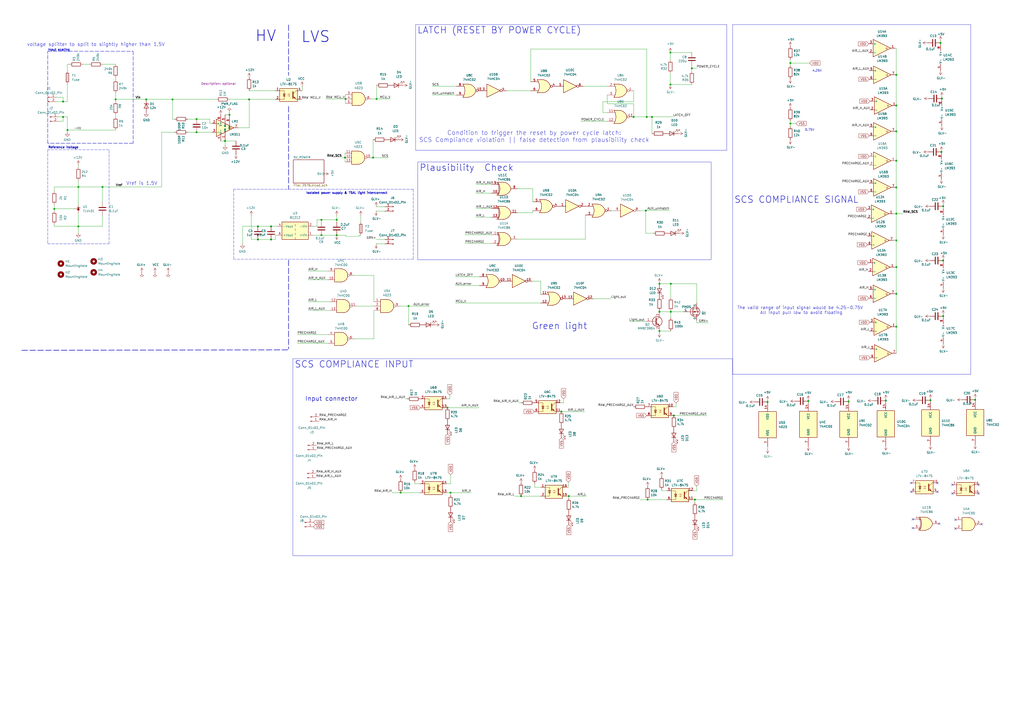
<source format=kicad_sch>
(kicad_sch (version 20250114) (generator "eeschema") (generator_version "9.0")
  (paper "A2")
  (lib_symbols
    (symbol "4xxx:4023" (pin_names (offset 1.016))
      (property "Reference" "U" (at 0 1.27 0))
      (property "Value" "4023" (at 0 -1.27 0))
      (symbol "4023_1_1"
        (pin input line (at -7.62 2.54 0) (length 3.81) (name "~") (number "1"))
        (pin input line (at -7.62 0 0) (length 3.81) (name "~") (number "2"))
        (pin input line (at -7.62 -2.54 0) (length 3.81) (name "~") (number "8"))
        (pin output inverted (at 7.62 0 180) (length 3.81) (name "~") (number "9"))
      )
      (symbol "4023_1_2"
        (pin input inverted (at -7.62 2.54 0) (length 4.318) (name "~") (number "1"))
        (pin input inverted (at -7.62 0 0) (length 4.953) (name "~") (number "2"))
        (pin input inverted (at -7.62 -2.54 0) (length 4.318) (name "~") (number "8"))
        (pin output line (at 7.62 0 180) (length 3.81) (name "~") (number "9"))
      )
      (symbol "4023_2_1"
        (pin input line (at -7.62 2.54 0) (length 3.81) (name "~") (number "3"))
        (pin input line (at -7.62 0 0) (length 3.81) (name "~") (number "4"))
        (pin input line (at -7.62 -2.54 0) (length 3.81) (name "~") (number "5"))
        (pin output inverted (at 7.62 0 180) (length 3.81) (name "~") (number "6"))
      )
      (symbol "4023_2_2"
        (pin input inverted (at -7.62 2.54 0) (length 4.318) (name "~") (number "3"))
        (pin input inverted (at -7.62 0 0) (length 4.953) (name "~") (number "4"))
        (pin input inverted (at -7.62 -2.54 0) (length 4.318) (name "~") (number "5"))
        (pin output line (at 7.62 0 180) (length 3.81) (name "~") (number "6"))
      )
      (symbol "4023_3_1"
        (pin input line (at -7.62 2.54 0) (length 3.81) (name "~") (number "11"))
        (pin input line (at -7.62 0 0) (length 3.81) (name "~") (number "12"))
        (pin input line (at -7.62 -2.54 0) (length 3.81) (name "~") (number "13"))
        (pin output inverted (at 7.62 0 180) (length 3.81) (name "~") (number "10"))
      )
      (symbol "4023_3_2"
        (pin input inverted (at -7.62 2.54 0) (length 4.318) (name "~") (number "11"))
        (pin input inverted (at -7.62 0 0) (length 4.953) (name "~") (number "12"))
        (pin input inverted (at -7.62 -2.54 0) (length 4.318) (name "~") (number "13"))
        (pin output line (at 7.62 0 180) (length 3.81) (name "~") (number "10"))
      )
      (symbol "4023_4_0"
        (pin power_in line (at 0 12.7 270) (length 5.08) (name "VDD") (number "14"))
        (pin power_in line (at 0 -12.7 90) (length 5.08) (name "VSS") (number "7"))
      )
    )
    (symbol "74xx:74HC00" (pin_names (offset 1.016))
      (property "Reference" "U" (at 0 1.27 0))
      (property "Value" "74HC00" (at 0 -1.27 0))
      (symbol "74HC00_1_1"
        (pin input line (at -7.62 2.54 0) (length 3.81) (name "~") (number "1"))
        (pin input line (at -7.62 -2.54 0) (length 3.81) (name "~") (number "2"))
        (pin output inverted (at 7.62 0 180) (length 3.81) (name "~") (number "3"))
      )
      (symbol "74HC00_1_2"
        (pin input inverted (at -7.62 2.54 0) (length 4.318) (name "~") (number "1"))
        (pin input inverted (at -7.62 -2.54 0) (length 4.318) (name "~") (number "2"))
        (pin output line (at 7.62 0 180) (length 3.81) (name "~") (number "3"))
      )
      (symbol "74HC00_2_1"
        (pin input line (at -7.62 2.54 0) (length 3.81) (name "~") (number "4"))
        (pin input line (at -7.62 -2.54 0) (length 3.81) (name "~") (number "5"))
        (pin output inverted (at 7.62 0 180) (length 3.81) (name "~") (number "6"))
      )
      (symbol "74HC00_2_2"
        (pin input inverted (at -7.62 2.54 0) (length 4.318) (name "~") (number "4"))
        (pin input inverted (at -7.62 -2.54 0) (length 4.318) (name "~") (number "5"))
        (pin output line (at 7.62 0 180) (length 3.81) (name "~") (number "6"))
      )
      (symbol "74HC00_3_1"
        (pin input line (at -7.62 2.54 0) (length 3.81) (name "~") (number "9"))
        (pin input line (at -7.62 -2.54 0) (length 3.81) (name "~") (number "10"))
        (pin output inverted (at 7.62 0 180) (length 3.81) (name "~") (number "8"))
      )
      (symbol "74HC00_3_2"
        (pin input inverted (at -7.62 2.54 0) (length 4.318) (name "~") (number "9"))
        (pin input inverted (at -7.62 -2.54 0) (length 4.318) (name "~") (number "10"))
        (pin output line (at 7.62 0 180) (length 3.81) (name "~") (number "8"))
      )
      (symbol "74HC00_4_1"
        (pin input line (at -7.62 2.54 0) (length 3.81) (name "~") (number "12"))
        (pin input line (at -7.62 -2.54 0) (length 3.81) (name "~") (number "13"))
        (pin output inverted (at 7.62 0 180) (length 3.81) (name "~") (number "11"))
      )
      (symbol "74HC00_4_2"
        (pin input inverted (at -7.62 2.54 0) (length 4.318) (name "~") (number "12"))
        (pin input inverted (at -7.62 -2.54 0) (length 4.318) (name "~") (number "13"))
        (pin output line (at 7.62 0 180) (length 3.81) (name "~") (number "11"))
      )
      (symbol "74HC00_5_0"
        (pin power_in line (at 0 12.7 270) (length 5.08) (name "VCC") (number "14"))
        (pin power_in line (at 0 -12.7 90) (length 5.08) (name "GND") (number "7"))
      )
    )
    (symbol "74xx:74HC02" (pin_names (offset 1.016))
      (property "Reference" "U" (at 0 1.27 0))
      (property "Value" "74HC02" (at 0 -1.27 0))
      (symbol "74HC02_1_1"
        (pin input line (at -7.62 2.54 0) (length 4.318) (name "~") (number "2"))
        (pin input line (at -7.62 -2.54 0) (length 4.318) (name "~") (number "3"))
        (pin output inverted (at 7.62 0 180) (length 3.81) (name "~") (number "1"))
      )
      (symbol "74HC02_1_2"
        (pin input inverted (at -7.62 2.54 0) (length 3.81) (name "~") (number "2"))
        (pin input inverted (at -7.62 -2.54 0) (length 3.81) (name "~") (number "3"))
        (pin output line (at 7.62 0 180) (length 3.81) (name "~") (number "1"))
      )
      (symbol "74HC02_2_1"
        (pin input line (at -7.62 2.54 0) (length 4.318) (name "~") (number "5"))
        (pin input line (at -7.62 -2.54 0) (length 4.318) (name "~") (number "6"))
        (pin output inverted (at 7.62 0 180) (length 3.81) (name "~") (number "4"))
      )
      (symbol "74HC02_2_2"
        (pin input inverted (at -7.62 2.54 0) (length 3.81) (name "~") (number "5"))
        (pin input inverted (at -7.62 -2.54 0) (length 3.81) (name "~") (number "6"))
        (pin output line (at 7.62 0 180) (length 3.81) (name "~") (number "4"))
      )
      (symbol "74HC02_3_1"
        (pin input line (at -7.62 2.54 0) (length 4.318) (name "~") (number "8"))
        (pin input line (at -7.62 -2.54 0) (length 4.318) (name "~") (number "9"))
        (pin output inverted (at 7.62 0 180) (length 3.81) (name "~") (number "10"))
      )
      (symbol "74HC02_3_2"
        (pin input inverted (at -7.62 2.54 0) (length 3.81) (name "~") (number "8"))
        (pin input inverted (at -7.62 -2.54 0) (length 3.81) (name "~") (number "9"))
        (pin output line (at 7.62 0 180) (length 3.81) (name "~") (number "10"))
      )
      (symbol "74HC02_4_1"
        (pin input line (at -7.62 2.54 0) (length 4.318) (name "~") (number "11"))
        (pin input line (at -7.62 -2.54 0) (length 4.318) (name "~") (number "12"))
        (pin output inverted (at 7.62 0 180) (length 3.81) (name "~") (number "13"))
      )
      (symbol "74HC02_4_2"
        (pin input inverted (at -7.62 2.54 0) (length 3.81) (name "~") (number "11"))
        (pin input inverted (at -7.62 -2.54 0) (length 3.81) (name "~") (number "12"))
        (pin output line (at 7.62 0 180) (length 3.81) (name "~") (number "13"))
      )
      (symbol "74HC02_5_0"
        (pin power_in line (at 0 12.7 270) (length 5.08) (name "VCC") (number "14"))
        (pin power_in line (at 0 -12.7 90) (length 5.08) (name "GND") (number "7"))
      )
    )
    (symbol "74xx:74HC04"
      (property "Reference" "U" (at 0 1.27 0))
      (property "Value" "74HC04" (at 0 -1.27 0))
      (symbol "74HC04_1_0"
        (pin input line (at -7.62 0 0) (length 3.81) (name "~") (number "1"))
        (pin output inverted (at 7.62 0 180) (length 3.81) (name "~") (number "2"))
      )
      (symbol "74HC04_2_0"
        (pin input line (at -7.62 0 0) (length 3.81) (name "~") (number "3"))
        (pin output inverted (at 7.62 0 180) (length 3.81) (name "~") (number "4"))
      )
      (symbol "74HC04_3_0"
        (pin input line (at -7.62 0 0) (length 3.81) (name "~") (number "5"))
        (pin output inverted (at 7.62 0 180) (length 3.81) (name "~") (number "6"))
      )
      (symbol "74HC04_4_0"
        (pin input line (at -7.62 0 0) (length 3.81) (name "~") (number "9"))
        (pin output inverted (at 7.62 0 180) (length 3.81) (name "~") (number "8"))
      )
      (symbol "74HC04_5_0"
        (pin input line (at -7.62 0 0) (length 3.81) (name "~") (number "11"))
        (pin output inverted (at 7.62 0 180) (length 3.81) (name "~") (number "10"))
      )
      (symbol "74HC04_6_0"
        (pin input line (at -7.62 0 0) (length 3.81) (name "~") (number "13"))
        (pin output inverted (at 7.62 0 180) (length 3.81) (name "~") (number "12"))
      )
      (symbol "74HC04_7_0"
        (pin power_in line (at 0 12.7 270) (length 5.08) (name "VCC") (number "14"))
        (pin power_in line (at 0 -12.7 90) (length 5.08) (name "GND") (number "7"))
      )
    )
    (symbol "74xx:74HC86" (pin_names (offset 1.016))
      (property "Reference" "U" (at 0 1.27 0))
      (property "Value" "74HC86" (at 0 -1.27 0))
      (symbol "74HC86_1_0"
        (pin input line (at -7.62 2.54 0) (length 4.445) (name "~") (number "1"))
        (pin input line (at -7.62 -2.54 0) (length 4.445) (name "~") (number "2"))
        (pin output line (at 7.62 0 180) (length 3.81) (name "~") (number "3"))
      )
      (symbol "74HC86_2_0"
        (pin input line (at -7.62 2.54 0) (length 4.445) (name "~") (number "4"))
        (pin input line (at -7.62 -2.54 0) (length 4.445) (name "~") (number "5"))
        (pin output line (at 7.62 0 180) (length 3.81) (name "~") (number "6"))
      )
      (symbol "74HC86_3_0"
        (pin input line (at -7.62 2.54 0) (length 4.445) (name "~") (number "9"))
        (pin input line (at -7.62 -2.54 0) (length 4.445) (name "~") (number "10"))
        (pin output line (at 7.62 0 180) (length 3.81) (name "~") (number "8"))
      )
      (symbol "74HC86_4_0"
        (pin input line (at -7.62 2.54 0) (length 4.445) (name "~") (number "12"))
        (pin input line (at -7.62 -2.54 0) (length 4.445) (name "~") (number "13"))
        (pin output line (at 7.62 0 180) (length 3.81) (name "~") (number "11"))
      )
      (symbol "74HC86_5_0"
        (pin power_in line (at 0 12.7 270) (length 5.08) (name "VCC") (number "14"))
        (pin power_in line (at 0 -12.7 90) (length 5.08) (name "GND") (number "7"))
      )
    )
    (symbol "Comparator:LM311" (pin_names (offset 0.127))
      (property "Reference" "U" (at 3.81 6.35 0))
      (property "Value" "LM311" (at 3.81 3.81 0))
      (symbol "LM311_1_1"
        (pin input line (at -7.62 2.54 0) (length 2.54) (name "+") (number "2"))
        (pin input line (at -7.62 -2.54 0) (length 2.54) (name "-") (number "3"))
        (pin power_in line (at -2.54 7.62 270) (length 3.81) (name "V+") (number "8"))
        (pin power_in line (at -2.54 -7.62 90) (length 3.81) (name "V-") (number "4"))
        (pin input line (at 0 7.62 270) (length 5.08) (name "BAL") (number "5"))
        (pin passive line (at 0 -7.62 90) (length 5.08) (name "GND") (number "1"))
        (pin input line (at 2.54 7.62 270) (length 6.35) (name "STRB") (number "6"))
        (pin open_collector line (at 7.62 0 180) (length 2.54) (name "~") (number "7"))
      )
    )
    (symbol "Comparator:LM393" (pin_names (offset 0.127))
      (property "Reference" "U" (at 3.81 3.81 0))
      (property "Value" "LM393" (at 6.35 -3.81 0))
      (symbol "LM393_1_1"
        (pin input line (at -7.62 2.54 0) (length 2.54) (name "+") (number "3"))
        (pin input line (at -7.62 -2.54 0) (length 2.54) (name "-") (number "2"))
        (pin open_collector line (at 7.62 0 180) (length 2.54) (name "~") (number "1"))
      )
      (symbol "LM393_2_1"
        (pin input line (at -7.62 2.54 0) (length 2.54) (name "+") (number "5"))
        (pin input line (at -7.62 -2.54 0) (length 2.54) (name "-") (number "6"))
        (pin open_collector line (at 7.62 0 180) (length 2.54) (name "~") (number "7"))
      )
      (symbol "LM393_3_1"
        (pin power_in line (at -2.54 7.62 270) (length 3.81) (name "V+") (number "8"))
        (pin power_in line (at -2.54 -7.62 90) (length 3.81) (name "V-") (number "4"))
      )
    )
    (symbol "Connector:Conn_01x02_Pin" (pin_names (offset 1.016) (hide yes))
      (property "Reference" "J" (at 0 2.54 0))
      (property "Value" "Conn_01x02_Pin" (at 0 -5.08 0))
      (symbol "Conn_01x02_Pin_1_1"
        (pin passive line (at 5.08 0 180) (length 3.81) (name "Pin_1") (number "1"))
        (pin passive line (at 5.08 -2.54 180) (length 3.81) (name "Pin_2") (number "2"))
      )
    )
    (symbol "Converter_DCDC:TBA2-1212"
      (property "Reference" "U" (at -6.35 6.35 0))
      (property "Value" "TBA2-1212" (at 2.54 6.35 0))
      (symbol "TBA2-1212_1_1"
        (pin power_in line (at -10.16 2.54 0) (length 2.54) (name "+Vin") (number "1"))
        (pin power_in line (at -10.16 -2.54 0) (length 2.54) (name "-Vin") (number "2"))
        (pin power_out line (at 10.16 2.54 180) (length 2.54) (name "+Vout") (number "6"))
        (pin power_out line (at 10.16 -2.54 180) (length 2.54) (name "-Vout") (number "4"))
      )
    )
    (symbol "Device:C" (pin_numbers (hide yes)) (pin_names (offset 0.254))
      (property "Reference" "C" (at 0.635 2.54 0))
      (property "Value" "C" (at 0.635 -2.54 0))
      (symbol "C_1_1"
        (pin passive line (at 0 3.81 270) (length 2.794) (name "~") (number "1"))
        (pin passive line (at 0 -3.81 90) (length 2.794) (name "~") (number "2"))
      )
    )
    (symbol "Device:D_Zener" (pin_numbers (hide yes)) (pin_names (offset 1.016) (hide yes))
      (property "Reference" "D" (at 0 2.54 0))
      (property "Value" "D_Zener" (at 0 -2.54 0))
      (symbol "D_Zener_1_1"
        (pin passive line (at -3.81 0 0) (length 2.54) (name "K") (number "1"))
        (pin passive line (at 3.81 0 180) (length 2.54) (name "A") (number "2"))
      )
    )
    (symbol "Device:Fuse" (pin_numbers (hide yes)) (pin_names (offset 0))
      (property "Reference" "F" (at 2.032 0 90))
      (property "Value" "Fuse" (at -1.905 0 90))
      (symbol "Fuse_1_1"
        (pin passive line (at 0 3.81 270) (length 1.27) (name "~") (number "1"))
        (pin passive line (at 0 -3.81 90) (length 1.27) (name "~") (number "2"))
      )
    )
    (symbol "Device:LED" (pin_numbers (hide yes)) (pin_names (offset 1.016) (hide yes))
      (property "Reference" "D" (at 0 2.54 0))
      (property "Value" "LED" (at 0 -2.54 0))
      (symbol "LED_1_1"
        (pin passive line (at -3.81 0 0) (length 2.54) (name "K") (number "1"))
        (pin passive line (at 3.81 0 180) (length 2.54) (name "A") (number "2"))
      )
    )
    (symbol "Device:R" (pin_numbers (hide yes)) (pin_names (offset 0))
      (property "Reference" "R" (at 2.032 0 90))
      (property "Value" "R" (at 0 0 90))
      (symbol "R_1_1"
        (pin passive line (at 0 3.81 270) (length 1.27) (name "~") (number "1"))
        (pin passive line (at 0 -3.81 90) (length 1.27) (name "~") (number "2"))
      )
    )
    (symbol "Isolator:LTV-817S" (pin_names (offset 1.016))
      (property "Reference" "U" (at -3.81 5.08 0))
      (property "Value" "LTV-817S" (at 0 -5.08 0))
      (symbol "LTV-817S_1_1"
        (pin passive line (at -7.62 2.54 0) (length 2.54) (name "~") (number "1"))
        (pin passive line (at -7.62 -2.54 0) (length 2.54) (name "~") (number "2"))
        (pin passive line (at 7.62 2.54 180) (length 2.54) (name "~") (number "4"))
        (pin passive line (at 7.62 -2.54 180) (length 2.54) (name "~") (number "3"))
      )
    )
    (symbol "Isolator:LTV-847S" (pin_names (offset 1.016))
      (property "Reference" "U" (at -3.81 5.08 0))
      (property "Value" "LTV-847S" (at 0 -5.08 0))
      (symbol "LTV-847S_1_1"
        (pin passive line (at -7.62 2.54 0) (length 2.54) (name "~") (number "1"))
        (pin passive line (at -7.62 -2.54 0) (length 2.54) (name "~") (number "2"))
        (pin passive line (at 7.62 2.54 180) (length 2.54) (name "~") (number "16"))
        (pin passive line (at 7.62 -2.54 180) (length 2.54) (name "~") (number "15"))
      )
      (symbol "LTV-847S_2_1"
        (pin passive line (at -7.62 2.54 0) (length 2.54) (name "~") (number "3"))
        (pin passive line (at -7.62 -2.54 0) (length 2.54) (name "~") (number "4"))
        (pin passive line (at 7.62 2.54 180) (length 2.54) (name "~") (number "14"))
        (pin passive line (at 7.62 -2.54 180) (length 2.54) (name "~") (number "13"))
      )
      (symbol "LTV-847S_3_1"
        (pin passive line (at -7.62 2.54 0) (length 2.54) (name "~") (number "5"))
        (pin passive line (at -7.62 -2.54 0) (length 2.54) (name "~") (number "6"))
        (pin passive line (at 7.62 2.54 180) (length 2.54) (name "~") (number "12"))
        (pin passive line (at 7.62 -2.54 180) (length 2.54) (name "~") (number "11"))
      )
      (symbol "LTV-847S_4_1"
        (pin passive line (at -7.62 2.54 0) (length 2.54) (name "~") (number "7"))
        (pin passive line (at -7.62 -2.54 0) (length 2.54) (name "~") (number "8"))
        (pin passive line (at 7.62 2.54 180) (length 2.54) (name "~") (number "10"))
        (pin passive line (at 7.62 -2.54 180) (length 2.54) (name "~") (number "9"))
      )
    )
    (symbol "Mechanical:MountingHole" (pin_names (offset 1.016)) (exclude_from_sim yes) (in_bom no)
      (property "Reference" "H" (at 0 5.08 0))
      (property "Value" "MountingHole" (at 0 3.175 0))
    )
    (symbol "Reference_Voltage:TL431DBZ" (pin_numbers (hide yes)) (pin_names (hide yes))
      (property "Reference" "U1" (at 1.2701 -2.54 90))
      (property "Value" "TLV431" (at -1.2699 -2.54 90))
      (symbol "TL431DBZ_1_1"
        (pin passive line (at -2.54 0 0) (length 2.54) (name "A") (number "3"))
        (pin passive line (at 0 2.54 270) (length 2.54) (name "REF") (number "1"))
        (pin passive line (at 2.54 0 180) (length 2.54) (name "K") (number "2"))
      )
    )
    (symbol "Simulation_SPICE:PMOS" (pin_numbers (hide yes)) (pin_names (offset 0))
      (property "Reference" "Q" (at 5.08 1.27 0))
      (property "Value" "PMOS" (at 5.08 -1.27 0))
      (symbol "PMOS_1_1"
        (pin input line (at -5.08 0 0) (length 2.54) (name "G") (number "2"))
        (pin passive line (at 2.54 5.08 270) (length 2.54) (name "D") (number "1"))
        (pin passive line (at 2.54 -5.08 90) (length 2.54) (name "S") (number "3"))
      )
    )
    (symbol "Transistor_BJT:MMBT3904" (pin_names (offset 0) (hide yes))
      (property "Reference" "Q" (at 5.08 1.905 0))
      (property "Value" "MMBT3904" (at 5.08 0 0))
      (symbol "MMBT3904_1_1"
        (pin input line (at -5.08 0 0) (length 2.54) (name "B") (number "1"))
        (pin passive line (at 2.54 5.08 270) (length 2.54) (name "C") (number "3"))
        (pin passive line (at 2.54 -5.08 90) (length 2.54) (name "E") (number "2"))
      )
    )
    (symbol "power-symbol-library:GLV+" (power) (pin_names (offset 0))
      (property "Value" "GLV+" (at 0 3.81 0))
      (symbol "GLV+_1_1"
        (pin power_in line (at 0 0 90) (length 0) (hide yes) (name "GLV+") (number "1"))
      )
    )
    (symbol "power-symbol-library:GLV-" (power) (pin_names (offset 0))
      (property "Value" "GLV-" (at 0 3.81 0))
      (symbol "GLV-_1_1"
        (pin power_in line (at 0 0 90) (length 0) (hide yes) (name "GLV-") (number "1"))
      )
    )
    (symbol "power:+12V" (power) (pin_numbers (hide yes)) (pin_names (offset 0) (hide yes))
      (property "Value" "+12V" (at 0 3.556 0))
      (symbol "+12V_1_1"
        (pin power_in line (at 0 0 90) (length 0) (name "~") (number "1"))
      )
    )
    (symbol "power:+5V" (power) (pin_numbers (hide yes)) (pin_names (offset 0) (hide yes))
      (property "Value" "+5V" (at 0 3.556 0))
      (symbol "+5V_1_1"
        (pin power_in line (at 0 0 90) (length 0) (name "~") (number "1"))
      )
    )
    (symbol "power:GND" (power) (pin_numbers (hide yes)) (pin_names (offset 0) (hide yes))
      (property "Value" "GND" (at 0 -3.81 0))
      (symbol "GND_1_1"
        (pin power_in line (at 0 0 270) (length 0) (name "~") (number "1"))
      )
    )
    (symbol "power:PWR_FLAG" (power) (pin_numbers (hide yes)) (pin_names (offset 0) (hide yes))
      (property "Value" "PWR_FLAG" (at 0 3.81 0))
      (symbol "PWR_FLAG_0_0"
        (pin power_out line (at 0 0 90) (length 0) (name "~") (number "1"))
      )
    )
    (symbol "power:VCC" (power) (pin_numbers (hide yes)) (pin_names (offset 0) (hide yes))
      (property "Value" "VCC" (at 0 3.556 0))
      (symbol "VCC_1_1"
        (pin power_in line (at 0 0 90) (length 0) (name "~") (number "1"))
      )
    )
  )
  (text "0.75V\n" (at 469.646 75.438 0) (effects (font (size 1.27 1.27))))
  (text "The valid range of input signal would be 4.25-0.75V \nAll input pull low to avoid floating\n" (at 464.82 180.086 0) (effects (font (size 1.778 1.778))))
  (text "LVS\n" (at 174.498 25.146 0) (effects (font (size 6.35 6.35) (thickness 0.4013) (bold yes)) (justify left bottom)))
  (text "Condition to trigger the reset by power cycle latch:\nSCS Compliance violation || false detection from plausibility check" (at 309.88 79.248 0) (effects (font (size 2.54 2.54))))
  (text "Reference Voltage" (at 27.94 86.36 0) (effects (font (size 1.27 1.27) (thickness 0.254) (bold yes)) (justify left bottom)))
  (text "voltage splitter to split to slightly higher than 1.5V" (at 55.626 25.908 0) (effects (font (size 2.0066 2.0066))))
  (text "Vref is 1.5V\n" (at 82.296 106.426 0) (effects (font (size 2.0066 2.0066))))
  (text "Green light" (at 324.612 189.23 0) (effects (font (size 3.81 3.81) (thickness 0.254) (bold yes))))
  (text "Isolated power supply & TSAL light interconnect" (at 224.79 112.776 0) (effects (font (size 1.27 1.27) (thickness 0.254) (bold yes)) (justify right bottom)))
  (text "Input scaling" (at 27.686 29.718 0) (effects (font (size 1.27 1.27) (thickness 0.254) (bold yes)) (justify left bottom)))
  (text "4.25V\n" (at 473.964 41.148 0) (effects (font (size 1.27 1.27))))
  (text "HV" (at 147.828 24.638 0) (effects (font (size 6.35 6.35) (thickness 0.4013) (bold yes)) (justify left bottom)))
  (text "Input connector" (at 192.278 231.394 0) (effects (font (size 2.54 2.54) (thickness 0.254) (bold yes))))
  (text_box "Plausibility  Check\n" (at 242.316 93.98 0) (size 170.18 56.642) (margins 0.9525 0.9525 0.9525 0.9525) (effects (font (size 3.81 3.81) (thickness 0.254) (bold yes)) (justify left top)))
  (text_box "SCS COMPLIANCE SIGNAL\n" (at 424.942 14.224 0) (size 138.176 202.946) (margins 0.9525 0.9525 0.9525 0.9525) (effects (font (size 3.81 3.81) (thickness 0.254) (bold yes)) (justify left)))
  (text_box "LATCH (RESET BY POWER CYCLE)\n" (at 241.046 14.224 0) (size 180.594 72.898) (margins 0.9525 0.9525 0.9525 0.9525) (effects (font (size 3.81 3.81) (thickness 0.254) (bold yes)) (justify left top)))
  (text_box "SCS COMPLIANCE INPUT\n" (at 169.926 208.026 0) (size 255.016 114.3) (margins 0.9525 0.9525 0.9525 0.9525) (effects (font (size 3.81 3.81) (thickness 0.254) (bold yes)) (justify left top)))
  (junction (at 375.666 289.814))
  (junction (at 547.116 183.388))
  (junction (at 130.556 81.788))
  (junction (at 468.884 232.664))
  (junction (at 519.938 61.214))
  (junction (at 519.938 108.712))
  (junction (at 329.946 287.782))
  (junction (at 388.874 49.022))
  (junction (at 403.098 289.814))
  (junction (at 186.436 136.398))
  (junction (at 302.26 287.782))
  (junction (at 100.076 57.658))
  (junction (at 39.116 75.438))
  (junction (at 519.938 123.952))
  (junction (at 375.158 67.818))
  (junction (at 546.354 57.15))
  (junction (at 157.226 131.318))
  (junction (at 84.836 57.658))
  (junction (at 325.628 238.76))
  (junction (at 261.366 285.75))
  (junction (at 546.1 88.138))
  (junction (at 186.436 127.508))
  (junction (at 149.606 131.318))
  (junction (at 545.592 24.892))
  (junction (at 374.65 122.174))
  (junction (at 547.116 151.13))
  (junction (at 45.466 108.458))
  (junction (at 59.436 108.458))
  (junction (at 236.982 177.546))
  (junction (at 382.524 192.024))
  (junction (at 259.588 236.474))
  (junction (at 519.938 76.2))
  (junction (at 149.606 138.938))
  (junction (at 200.406 57.404))
  (junction (at 378.206 67.818))
  (junction (at 216.408 91.44))
  (junction (at 458.47 71.628))
  (junction (at 539.75 232.156))
  (junction (at 565.658 231.902))
  (junction (at 200.152 91.44))
  (junction (at 144.526 57.658))
  (junction (at 114.046 69.088))
  (junction (at 492.252 232.918))
  (junction (at 367.538 67.818))
  (junction (at 519.938 43.434))
  (junction (at 67.056 57.658))
  (junction (at 114.046 76.708))
  (junction (at 519.938 170.434))
  (junction (at 390.906 241.046))
  (junction (at 45.466 131.318))
  (junction (at 157.226 138.938))
  (junction (at 382.524 164.592))
  (junction (at 36.576 58.928))
  (junction (at 389.128 180.848))
  (junction (at 218.44 57.404))
  (junction (at 133.096 66.548))
  (junction (at 401.32 39.624))
  (junction (at 195.326 127.508))
  (junction (at 232.41 285.75))
  (junction (at 513.842 232.41))
  (junction (at 519.938 139.446))
  (junction (at 519.938 93.218))
  (junction (at 519.938 154.94))
  (junction (at 382.524 180.848))
  (junction (at 547.116 119.634))
  (junction (at 195.326 136.398))
  (junction (at 389.128 164.592))
  (junction (at 519.938 189.484))
  (junction (at 458.47 36.576))
  (junction (at 445.262 233.172))
  (junction (at 31.496 121.158))
  (junction (at 388.874 30.48))
  (junction (at 36.576 67.818))
  (no_connect (at 528.574 285.242))
  (no_connect (at 569.468 304.038))
  (no_connect (at 554.228 301.498))
  (no_connect (at 529.59 306.324))
  (no_connect (at 528.574 280.162))
  (no_connect (at 543.814 285.242))
  (no_connect (at 529.59 301.244))
  (no_connect (at 567.69 286.258))
  (no_connect (at 543.814 280.162))
  (no_connect (at 567.69 281.178))
  (no_connect (at 544.83 303.784))
  (no_connect (at 552.45 286.258))
  (no_connect (at 552.45 281.178))
  (no_connect (at 554.228 306.578))
  (wire (pts (xy 374.65 121.92) (xy 388.366 121.92)))
  (wire (pts (xy 404.114 187.198) (xy 410.972 187.198)))
  (wire (pts (xy 236.982 177.546) (xy 236.982 188.468)))
  (wire (pts (xy 383.794 283.972) (xy 383.794 284.734)))
  (wire (pts (xy 144.526 74.168) (xy 138.176 74.168)))
  (wire (pts (xy 276.098 125.984) (xy 284.988 125.984)))
  (wire (pts (xy 519.176 27.94) (xy 519.938 27.94)))
  (wire (pts (xy 329.692 279.654) (xy 329.692 282.702)))
  (wire (pts (xy 300.99 233.68) (xy 302.26 233.68)))
  (wire (pts (xy 200.66 137.16) (xy 200.66 136.398)))
  (wire (pts (xy 445.262 232.41) (xy 445.262 233.172)))
  (wire (pts (xy 39.116 41.148) (xy 39.116 37.338)))
  (wire (pts (xy 293.878 52.578) (xy 307.848 52.578)))
  (wire (pts (xy 208.28 136.398) (xy 209.296 136.398)))
  (wire (pts (xy 468.884 232.664) (xy 468.884 233.426)))
  (polyline (pts (xy 77.216 29.718) (xy 77.216 83.058)) (stroke (width 0.2032) (type dash)))
  (wire (pts (xy 378.968 135.382) (xy 374.65 135.382)))
  (wire (pts (xy 302.26 287.782) (xy 313.69 287.782)))
  (wire (pts (xy 39.116 37.338) (xy 40.386 37.338)))
  (wire (pts (xy 519.43 93.218) (xy 519.938 93.218)))
  (wire (pts (xy 367.538 60.198) (xy 352.298 60.198)))
  (wire (pts (xy 144.526 57.658) (xy 159.766 57.658)))
  (wire (pts (xy 261.366 285.75) (xy 261.366 287.274)))
  (wire (pts (xy 45.466 123.698) (xy 45.466 131.318)))
  (wire (pts (xy 547.116 119.634) (xy 547.116 120.904)))
  (wire (pts (xy 367.538 67.818) (xy 367.538 60.198)))
  (wire (pts (xy 149.606 131.318) (xy 157.226 131.318)))
  (wire (pts (xy 367.538 58.928) (xy 349.758 58.928)))
  (wire (pts (xy 172.466 194.056) (xy 190.246 194.056)))
  (wire (pts (xy 149.606 138.938) (xy 145.796 138.938)))
  (wire (pts (xy 503.936 111.252) (xy 504.19 111.252)))
  (wire (pts (xy 374.65 135.382) (xy 374.65 122.174)))
  (wire (pts (xy 205.486 159.766) (xy 216.916 159.766)))
  (wire (pts (xy 264.16 165.608) (xy 278.13 165.608)))
  (wire (pts (xy 215.646 57.404) (xy 218.44 57.404)))
  (wire (pts (xy 367.538 52.578) (xy 367.538 58.928)))
  (wire (pts (xy 382.524 180.086) (xy 382.524 180.848)))
  (wire (pts (xy 205.486 196.596) (xy 216.916 196.596)))
  (wire (pts (xy 298.45 287.782) (xy 302.26 287.782)))
  (wire (pts (xy 547.116 150.622) (xy 547.116 151.13)))
  (wire (pts (xy 45.466 108.458) (xy 59.436 108.458)))
  (wire (pts (xy 235.204 231.394) (xy 236.22 231.394)))
  (wire (pts (xy 59.436 124.968) (xy 59.436 131.318)))
  (wire (pts (xy 326.898 231.394) (xy 326.898 233.68)))
  (wire (pts (xy 175.26 52.578) (xy 175.26 50.038)))
  (wire (pts (xy 492.252 232.156) (xy 492.252 232.918)))
  (wire (pts (xy 178.816 157.226) (xy 190.246 157.226)))
  (polyline (pts (xy 239.776 109.728) (xy 239.776 150.368)) (stroke (width 0) (type dash)))
  (wire (pts (xy 218.186 122.428) (xy 223.266 122.428)))
  (wire (pts (xy 200.406 54.864) (xy 200.406 57.404)))
  (wire (pts (xy 539.75 231.394) (xy 539.75 232.156)))
  (wire (pts (xy 389.128 192.024) (xy 382.524 192.024)))
  (wire (pts (xy 186.436 136.398) (xy 195.326 136.398)))
  (wire (pts (xy 159.766 138.938) (xy 157.226 138.938)))
  (wire (pts (xy 240.538 280.67) (xy 243.84 280.67)))
  (wire (pts (xy 389.128 180.34) (xy 389.128 180.848)))
  (wire (pts (xy 313.69 163.068) (xy 313.69 170.688)))
  (wire (pts (xy 264.16 175.768) (xy 313.69 175.768)))
  (wire (pts (xy 259.08 285.75) (xy 261.366 285.75)))
  (wire (pts (xy 59.436 108.458) (xy 59.436 117.348)))
  (wire (pts (xy 388.874 30.48) (xy 401.32 30.48)))
  (wire (pts (xy 378.206 67.818) (xy 390.398 67.818)))
  (polyline (pts (xy 63.246 86.868) (xy 27.686 86.868)) (stroke (width 0) (type dash)))
  (wire (pts (xy 300.228 109.474) (xy 309.118 109.474)))
  (wire (pts (xy 565.658 231.14) (xy 565.658 231.902)))
  (wire (pts (xy 378.206 67.818) (xy 378.206 77.47)))
  (wire (pts (xy 250.698 55.118) (xy 264.668 55.118)))
  (wire (pts (xy 513.842 232.41) (xy 513.842 233.172)))
  (wire (pts (xy 390.906 241.046) (xy 390.398 241.046)))
  (wire (pts (xy 523.748 123.952) (xy 519.938 123.952)))
  (wire (pts (xy 388.874 34.798) (xy 388.874 30.48)))
  (wire (pts (xy 269.748 141.224) (xy 284.988 141.224)))
  (wire (pts (xy 325.628 238.76) (xy 325.12 238.76)))
  (wire (pts (xy 178.816 175.006) (xy 191.516 175.006)))
  (wire (pts (xy 458.47 70.104) (xy 458.47 71.628)))
  (polyline (pts (xy 167.386 61.722) (xy 167.386 109.728)) (stroke (width 0.3048) (type dash)))
  (wire (pts (xy 186.436 127.508) (xy 183.896 127.508)))
  (wire (pts (xy 31.496 108.458) (xy 45.466 108.458)))
  (wire (pts (xy 200.66 136.398) (xy 195.326 136.398)))
  (wire (pts (xy 519.938 123.952) (xy 518.16 123.952)))
  (wire (pts (xy 206.756 177.546) (xy 216.916 177.546)))
  (wire (pts (xy 186.436 127.508) (xy 195.326 127.508)))
  (wire (pts (xy 36.576 56.388) (xy 36.576 58.928)))
  (wire (pts (xy 178.816 180.086) (xy 191.516 180.086)))
  (wire (pts (xy 59.436 131.318) (xy 45.466 131.318)))
  (wire (pts (xy 121.666 71.628) (xy 121.666 69.088)))
  (wire (pts (xy 93.726 76.708) (xy 93.726 108.458)))
  (wire (pts (xy 36.576 70.358) (xy 36.576 67.818)))
  (wire (pts (xy 100.076 69.088) (xy 101.346 69.088)))
  (wire (pts (xy 39.116 48.768) (xy 39.116 58.928)))
  (wire (pts (xy 130.556 81.788) (xy 136.906 81.788)))
  (wire (pts (xy 461.772 71.628) (xy 458.47 71.628)))
  (wire (pts (xy 547.116 151.13) (xy 547.116 151.892)))
  (wire (pts (xy 518.414 139.446) (xy 519.938 139.446)))
  (wire (pts (xy 382.524 191.516) (xy 382.524 192.024)))
  (wire (pts (xy 371.348 122.174) (xy 374.65 122.174)))
  (wire (pts (xy 546.354 57.15) (xy 546.354 57.658)))
  (wire (pts (xy 209.296 124.968) (xy 209.296 128.778)))
  (wire (pts (xy 39.116 67.818) (xy 39.116 75.438)))
  (wire (pts (xy 382.524 180.848) (xy 389.128 180.848)))
  (wire (pts (xy 240.538 279.654) (xy 240.538 280.67)))
  (wire (pts (xy 264.16 160.528) (xy 278.13 160.528)))
  (wire (pts (xy 374.65 121.92) (xy 374.65 122.174)))
  (wire (pts (xy 519.938 170.434) (xy 519.176 170.434)))
  (wire (pts (xy 519.938 170.434) (xy 519.938 154.94)))
  (wire (pts (xy 39.116 76.708) (xy 39.116 75.438)))
  (wire (pts (xy 261.366 285.75) (xy 273.304 285.75)))
  (wire (pts (xy 45.466 131.318) (xy 45.466 135.128)))
  (wire (pts (xy 519.938 108.712) (xy 519.43 108.712)))
  (wire (pts (xy 128.016 81.788) (xy 130.556 81.788)))
  (wire (pts (xy 458.47 36.576) (xy 469.646 36.576)))
  (wire (pts (xy 133.096 66.548) (xy 130.556 66.548)))
  (polyline (pts (xy 77.216 83.058) (xy 27.686 83.058)) (stroke (width 0.2032) (type dash)))
  (wire (pts (xy 458.47 71.628) (xy 458.47 73.406)))
  (wire (pts (xy 216.916 196.596) (xy 216.916 180.086)))
  (wire (pts (xy 100.076 57.658) (xy 100.076 69.088)))
  (wire (pts (xy 200.406 57.404) (xy 200.406 59.944)))
  (wire (pts (xy 133.096 57.658) (xy 144.526 57.658)))
  (wire (pts (xy 232.41 285.75) (xy 243.84 285.75)))
  (wire (pts (xy 404.114 185.928) (xy 404.114 187.198)))
  (wire (pts (xy 144.526 74.168) (xy 144.526 57.658)))
  (polyline (pts (xy 12.7 203.2) (xy 166.878 202.946)) (stroke (width 0.3048) (type dash)))
  (wire (pts (xy 250.698 50.038) (xy 264.668 50.038)))
  (polyline (pts (xy 27.686 29.718) (xy 77.216 29.718)) (stroke (width 0.2032) (type dash)))
  (wire (pts (xy 547.116 183.388) (xy 547.116 184.15)))
  (wire (pts (xy 232.156 177.546) (xy 236.982 177.546)))
  (wire (pts (xy 519.938 123.952) (xy 519.938 139.446)))
  (wire (pts (xy 45.466 104.648) (xy 45.466 108.458)))
  (wire (pts (xy 513.842 231.648) (xy 513.842 232.41)))
  (wire (pts (xy 200.152 91.44) (xy 200.152 93.98)))
  (wire (pts (xy 344.17 173.228) (xy 354.33 173.228)))
  (wire (pts (xy 375.158 28.448) (xy 307.848 28.448)))
  (wire (pts (xy 259.08 280.67) (xy 261.366 280.67)))
  (wire (pts (xy 519.938 43.434) (xy 519.938 61.214)))
  (wire (pts (xy 276.098 120.904) (xy 284.988 120.904)))
  (wire (pts (xy 382.524 180.848) (xy 382.524 181.356)))
  (wire (pts (xy 547.116 182.626) (xy 547.116 183.388)))
  (wire (pts (xy 130.556 81.788) (xy 130.556 84.328)))
  (wire (pts (xy 310.134 282.702) (xy 313.69 282.702)))
  (wire (pts (xy 545.592 24.892) (xy 545.592 25.654)))
  (wire (pts (xy 227.33 285.75) (xy 232.41 285.75)))
  (wire (pts (xy 300.228 123.444) (xy 309.118 123.444)))
  (wire (pts (xy 178.816 162.306) (xy 190.246 162.306)))
  (wire (pts (xy 231.648 81.026) (xy 231.394 81.026)))
  (wire (pts (xy 195.326 124.968) (xy 195.326 127.508)))
  (wire (pts (xy 382.524 164.592) (xy 389.128 164.592)))
  (wire (pts (xy 260.858 231.394) (xy 259.08 231.394)))
  (wire (pts (xy 140.716 141.478) (xy 140.716 131.318)))
  (wire (pts (xy 519.938 76.2) (xy 519.938 61.214)))
  (wire (pts (xy 159.766 136.398) (xy 159.766 138.938)))
  (wire (pts (xy 339.598 138.684) (xy 339.598 124.714)))
  (wire (pts (xy 389.128 164.592) (xy 389.128 172.72)))
  (wire (pts (xy 218.186 119.888) (xy 223.266 119.888)))
  (polyline (pts (xy 27.686 141.478) (xy 63.246 141.478)) (stroke (width 0) (type dash)))
  (wire (pts (xy 236.982 177.546) (xy 249.174 177.546)))
  (wire (pts (xy 31.496 131.318) (xy 45.466 131.318)))
  (wire (pts (xy 354.838 122.174) (xy 356.108 122.174)))
  (wire (pts (xy 388.874 42.418) (xy 388.874 49.022)))
  (wire (pts (xy 183.896 131.318) (xy 181.356 131.318)))
  (wire (pts (xy 277.622 236.22) (xy 277.622 236.474)))
  (wire (pts (xy 383.794 284.734) (xy 386.842 284.734)))
  (wire (pts (xy 67.056 66.548) (xy 67.056 67.818)))
  (wire (pts (xy 371.348 289.814) (xy 375.666 289.814)))
  (wire (pts (xy 404.114 281.94) (xy 404.114 284.734)))
  (wire (pts (xy 519.938 189.484) (xy 519.938 170.434)))
  (wire (pts (xy 382.524 164.592) (xy 382.524 164.846)))
  (wire (pts (xy 403.098 289.814) (xy 403.098 291.592)))
  (wire (pts (xy 186.436 127.508) (xy 186.436 128.778)))
  (polyline (pts (xy 167.386 150.876) (xy 167.386 202.438)) (stroke (width 0.3048) (type dash)))
  (wire (pts (xy 277.622 236.474) (xy 259.588 236.474)))
  (wire (pts (xy 519.938 27.94) (xy 519.938 43.434)))
  (wire (pts (xy 39.116 75.438) (xy 67.056 75.438)))
  (wire (pts (xy 34.036 70.358) (xy 36.576 70.358)))
  (wire (pts (xy 133.096 65.278) (xy 133.096 66.548)))
  (wire (pts (xy 198.374 91.44) (xy 200.152 91.44)))
  (wire (pts (xy 67.056 53.848) (xy 67.056 57.658)))
  (wire (pts (xy 445.262 233.172) (xy 445.262 233.68)))
  (wire (pts (xy 31.496 131.318) (xy 31.496 130.048)))
  (wire (pts (xy 216.408 91.44) (xy 225.298 91.44)))
  (wire (pts (xy 519.938 204.978) (xy 519.938 189.484)))
  (wire (pts (xy 404.114 164.592) (xy 404.114 175.768)))
  (wire (pts (xy 519.938 154.94) (xy 518.922 154.94)))
  (wire (pts (xy 100.076 57.658) (xy 125.476 57.658)))
  (wire (pts (xy 329.946 287.782) (xy 340.106 287.782)))
  (wire (pts (xy 114.046 76.708) (xy 122.936 76.708)))
  (wire (pts (xy 458.47 34.544) (xy 458.47 36.576)))
  (wire (pts (xy 310.134 280.416) (xy 310.134 282.702)))
  (wire (pts (xy 161.036 136.398) (xy 159.766 136.398)))
  (wire (pts (xy 309.118 109.474) (xy 309.118 117.094)))
  (wire (pts (xy 200.152 88.9) (xy 200.152 91.44)))
  (wire (pts (xy 216.408 91.44) (xy 216.408 81.026)))
  (wire (pts (xy 208.28 137.16) (xy 208.28 136.398)))
  (wire (pts (xy 269.748 136.144) (xy 284.988 136.144)))
  (polyline (pts (xy 239.776 109.728) (xy 135.636 109.728)) (stroke (width 0) (type dash)))
  (wire (pts (xy 329.946 287.782) (xy 329.946 289.052)))
  (polyline (pts (xy 135.636 150.368) (xy 135.636 109.728)) (stroke (width 0) (type dash)))
  (wire (pts (xy 389.128 180.848) (xy 389.128 184.404)))
  (wire (pts (xy 519.938 108.712) (xy 519.938 123.952)))
  (wire (pts (xy 519.938 76.2) (xy 519.938 93.218)))
  (wire (pts (xy 157.226 131.318) (xy 161.036 131.318)))
  (wire (pts (xy 519.938 154.94) (xy 519.938 139.446)))
  (wire (pts (xy 172.466 199.136) (xy 190.246 199.136)))
  (wire (pts (xy 145.796 124.968) (xy 145.796 138.938)))
  (wire (pts (xy 144.526 52.578) (xy 159.766 52.578)))
  (polyline (pts (xy 167.386 14.478) (xy 167.386 43.688)) (stroke (width 0.3048) (type dash)))
  (wire (pts (xy 276.098 112.014) (xy 284.988 112.014)))
  (wire (pts (xy 375.666 289.814) (xy 386.842 289.814)))
  (wire (pts (xy 519.938 93.218) (xy 519.938 108.712)))
  (wire (pts (xy 326.898 233.68) (xy 325.12 233.68)))
  (wire (pts (xy 300.228 138.684) (xy 339.598 138.684)))
  (wire (pts (xy 366.268 67.818) (xy 367.538 67.818)))
  (wire (pts (xy 547.116 118.618) (xy 547.116 119.634)))
  (wire (pts (xy 200.66 137.16) (xy 208.28 137.16)))
  (polyline (pts (xy 239.776 150.368) (xy 135.636 150.368)) (stroke (width 0) (type dash)))
  (wire (pts (xy 108.966 76.708) (xy 114.046 76.708)))
  (polyline (pts (xy 27.686 83.058) (xy 27.686 29.718)) (stroke (width 0.2032) (type dash)))
  (wire (pts (xy 84.836 57.658) (xy 100.076 57.658)))
  (wire (pts (xy 404.114 284.734) (xy 402.082 284.734)))
  (wire (pts (xy 261.366 275.336) (xy 261.366 280.67)))
  (wire (pts (xy 140.716 131.318) (xy 149.606 131.318)))
  (wire (pts (xy 276.098 106.934) (xy 284.988 106.934)))
  (wire (pts (xy 382.524 192.024) (xy 382.524 193.04)))
  (wire (pts (xy 183.896 127.508) (xy 183.896 131.318)))
  (wire (pts (xy 45.466 108.458) (xy 45.466 118.618)))
  (wire (pts (xy 31.496 118.618) (xy 31.496 121.158)))
  (wire (pts (xy 216.916 159.766) (xy 216.916 175.006)))
  (wire (pts (xy 307.848 28.448) (xy 307.848 47.498)))
  (wire (pts (xy 402.082 289.814) (xy 403.098 289.814)))
  (wire (pts (xy 565.658 231.902) (xy 565.658 232.41)))
  (wire (pts (xy 546.1 87.63) (xy 546.1 88.138)))
  (wire (pts (xy 31.496 121.158) (xy 31.496 122.428)))
  (wire (pts (xy 218.186 138.938) (xy 223.266 138.938)))
  (wire (pts (xy 32.766 56.388) (xy 36.576 56.388)))
  (wire (pts (xy 223.266 141.478) (xy 218.186 141.478)))
  (wire (pts (xy 519.938 189.484) (xy 519.684 189.484)))
  (wire (pts (xy 218.44 57.404) (xy 226.568 57.404)))
  (wire (pts (xy 279.908 52.578) (xy 278.638 52.578)))
  (wire (pts (xy 403.098 289.814) (xy 419.608 289.814)))
  (wire (pts (xy 519.43 76.2) (xy 519.938 76.2)))
  (wire (pts (xy 337.058 70.358) (xy 352.298 70.358)))
  (wire (pts (xy 122.936 71.628) (xy 121.666 71.628)))
  (wire (pts (xy 389.128 180.848) (xy 396.494 180.848)))
  (wire (pts (xy 67.056 57.658) (xy 84.836 57.658)))
  (polyline (pts (xy 27.686 86.868) (xy 27.686 141.478)) (stroke (width 0) (type dash)))
  (wire (pts (xy 389.128 164.592) (xy 404.114 164.592)))
  (wire (pts (xy 101.346 76.708) (xy 93.726 76.708)))
  (wire (pts (xy 367.538 67.818) (xy 375.158 67.818)))
  (wire (pts (xy 349.758 58.928) (xy 349.758 65.278)))
  (wire (pts (xy 188.976 57.404) (xy 200.406 57.404)))
  (wire (pts (xy 45.466 97.028) (xy 45.466 95.758)))
  (wire (pts (xy 181.356 136.398) (xy 186.436 136.398)))
  (wire (pts (xy 545.592 23.622) (xy 545.592 24.892)))
  (wire (pts (xy 31.496 121.158) (xy 42.926 121.158)))
  (wire (pts (xy 259.588 236.474) (xy 259.08 236.474)))
  (wire (pts (xy 59.436 37.338) (xy 67.056 37.338)))
  (wire (pts (xy 375.158 67.818) (xy 378.206 67.818)))
  (wire (pts (xy 325.628 238.76) (xy 339.09 238.76)))
  (wire (pts (xy 352.298 60.198) (xy 352.298 55.118)))
  (wire (pts (xy 308.61 163.068) (xy 313.69 163.068)))
  (wire (pts (xy 121.666 69.088) (xy 114.046 69.088)))
  (wire (pts (xy 195.326 127.508) (xy 195.326 128.778)))
  (wire (pts (xy 32.766 58.928) (xy 36.576 58.928)))
  (wire (pts (xy 215.392 91.44) (xy 216.408 91.44)))
  (wire (pts (xy 36.576 67.818) (xy 39.116 67.818)))
  (wire (pts (xy 59.436 108.458) (xy 93.726 108.458)))
  (wire (pts (xy 329.946 287.782) (xy 328.93 287.782)))
  (wire (pts (xy 382.524 164.084) (xy 382.524 164.592)))
  (wire (pts (xy 401.32 39.624) (xy 401.32 41.402)))
  (wire (pts (xy 375.158 67.818) (xy 375.158 28.448)))
  (wire (pts (xy 539.75 232.156) (xy 539.75 232.664)))
  (wire (pts (xy 260.858 229.108) (xy 260.858 231.394)))
  (wire (pts (xy 364.998 186.436) (xy 374.904 186.436)))
  (wire (pts (xy 519.938 43.434) (xy 519.43 43.434)))
  (wire (pts (xy 445.262 260.35) (xy 445.262 259.08)))
  (wire (pts (xy 401.32 39.624) (xy 404.114 39.624)))
  (wire (pts (xy 390.906 241.046) (xy 409.956 241.046)))
  (wire (pts (xy 329.692 282.702) (xy 328.93 282.702)))
  (wire (pts (xy 468.884 232.156) (xy 468.884 232.664)))
  (wire (pts (xy 309.118 123.444) (xy 309.118 122.174)))
  (wire (pts (xy 458.47 36.576) (xy 458.47 38.1)))
  (wire (pts (xy 218.44 49.53) (xy 218.44 57.404)))
  (wire (pts (xy 401.32 38.1) (xy 401.32 39.624)))
  (wire (pts (xy 546.354 56.134) (xy 546.354 57.15)))
  (wire (pts (xy 492.252 232.918) (xy 492.252 233.426)))
  (wire (pts (xy 546.1 88.138) (xy 546.1 88.646)))
  (wire (pts (xy 67.056 58.928) (xy 67.056 57.658)))
  (wire (pts (xy 388.874 49.022) (xy 401.32 49.022)))
  (wire (pts (xy 338.328 50.038) (xy 352.298 50.038)))
  (wire (pts (xy 36.576 58.928) (xy 39.116 58.928)))
  (wire (pts (xy 392.176 233.68) (xy 392.176 235.966)))
  (wire (pts (xy 31.496 108.458) (xy 31.496 110.998)))
  (wire (pts (xy 392.176 235.966) (xy 390.398 235.966)))
  (polyline (pts (xy 63.246 141.478) (xy 63.246 86.868)) (stroke (width 0) (type dash)))
  (wire (pts (xy 149.606 138.938) (xy 157.226 138.938)))
  (wire (pts (xy 48.006 37.338) (xy 51.816 37.338)))
  (wire (pts (xy 349.758 65.278) (xy 352.298 65.278)))
  (wire (pts (xy 114.046 69.088) (xy 108.966 69.088)))
  (wire (pts (xy 67.056 44.958) (xy 67.056 46.228)))
  (wire (pts (xy 175.006 52.578) (xy 175.26 52.578)))
  (wire (pts (xy 34.036 67.818) (xy 36.576 67.818)))
  (label "-HV" (at 42.926 75.438 0))
  (label "RAW_AIR_H" (at 185.166 244.348 0))
  (label "RAW_AIR_H_AUX" (at 300.99 233.68 180))
  (label "PRECHARGE" (at 269.748 141.224 0))
  (label "AIR_L_AUX" (at 339.09 238.76 180))
  (label "AIR_H" (at 503.936 167.894 180))
  (label "LATCH_OFF" (at 264.16 160.528 0))
  (label "RAW MCU_V" (at 188.976 57.404 0))
  (label "AUX_error" (at 249.174 177.546 180))
  (label "AIR_H" (at 276.098 112.014 0))
  (label "MCU_V" (at 264.16 175.768 0))
  (label "AUX_unmatch" (at 250.698 55.118 0))
  (label "PRECHARGE" (at 172.466 194.056 0))
  (label "AIR_L" (at 178.816 175.006 0))
  (label "RAW_SCS" (at 523.748 123.952 0) (effects (font (thickness 0.254) (bold yes))))
  (label "RAW MCU_V" (at 175.006 57.658 0))
  (label "Light_out" (at 364.998 186.436 0))
  (label "AUX_unmatch" (at 388.366 121.92 180))
  (label "PRECHARGE" (at 419.608 289.814 180))
  (label "GRN+" (at 410.972 187.198 180))
  (label "PRECHARGE_AUX" (at 172.466 199.136 0))
  (label "SCS" (at 225.298 91.44 180))
  (label "POWER_CYCLE" (at 404.114 39.624 0))
  (label "AIR_H_AUX" (at 504.19 73.66 180))
  (label "RAW_AIR_L" (at 183.642 258.318 0))
  (label "RAW_AIR_L_AUX" (at 235.204 231.394 180))
  (label "AIR_H" (at 178.816 157.226 0))
  (label "Vref" (at 67.056 108.458 0) (effects (font (thickness 0.254) (bold yes))))
  (label "AIR_L_AUX" (at 276.098 120.904 0))
  (label "PRECHARGE" (at 502.92 126.492 180))
  (label "RAW_AIR_H_AUX" (at 183.388 274.574 0))
  (label "RAW_SCS" (at 198.374 91.44 180) (effects (font (thickness 0.254) (bold yes))))
  (label "AIR_L" (at 504.698 202.438 180))
  (label "AIR_L" (at 276.098 125.984 0))
  (label "Light_out" (at 354.33 173.228 0))
  (label "RAW_AIR_L" (at 298.45 287.782 180))
  (label "AIR_H_AUX" (at 504.698 63.754 180))
  (label "AIR_L_AUX" (at 178.816 180.086 0))
  (label "AIR_H" (at 503.682 157.48 180))
  (label "AIR_L_AUX" (at 503.936 30.48 180))
  (label "AIR_H_AUX" (at 178.816 162.306 0))
  (label "LATCH_OFF" (at 390.398 67.818 0))
  (label "PRECHARGE_AUX" (at 504.19 106.172 180))
  (label "RAW_PRECHARGE_AUX" (at 367.538 235.966 180))
  (label "Vin" (at 78.486 57.658 0) (effects (font (thickness 0.254) (bold yes))))
  (label "SCS" (at 250.698 50.038 0))
  (label "RAW_PRECHARGE" (at 185.166 241.808 0))
  (label "AIR_L" (at 340.106 287.782 180))
  (label "RAW_AIR_L_AUX" (at 183.388 277.114 0))
  (label "AIR_H" (at 273.304 285.75 180))
  (label "RAW_PRECHARGE_AUX" (at 183.642 260.858 0))
  (label "PRECHARGE" (at 503.174 136.906 180))
  (label "RAW_AIR_H" (at 227.33 285.75 180))
  (label "PRECHARGE_AUX" (at 409.956 241.046 180))
  (label "MCU_V" (at 226.568 57.404 180))
  (label "PRECHARGE_AUX" (at 504.19 95.758 180))
  (label "AIR_H_AUX" (at 277.622 236.22 180))
  (label "AUX_error" (at 264.16 165.608 0))
  (label "GRN+" (at 218.186 138.938 180))
  (label "AIR_H_AUX" (at 276.098 106.934 0))
  (label "AIR_L" (at 504.444 192.024 180))
  (label "PRECHARGE_AUX" (at 269.748 136.144 0))
  (label "AIR_L_AUX" (at 504.19 40.894 180))
  (label "RAW_PRECHARGE" (at 371.348 289.814 180))
  (label "POWER_CYCLE" (at 337.058 70.358 0))
  (global_label "VDD" (shape input) (at 260.858 229.108 90) (property "Intersheetrefs" "${INTERSHEET_REFS}" (effects (hide yes))))
  (global_label "VDD" (shape input) (at 502.92 121.412 180) (property "Intersheetrefs" "${INTERSHEET_REFS}" (effects (hide yes))))
  (global_label "VSS" (shape input) (at 261.366 302.514 270) (property "Intersheetrefs" "${INTERSHEET_REFS}" (effects (hide yes))))
  (global_label "VSS" (shape input) (at 503.174 141.986 180) (property "Intersheetrefs" "${INTERSHEET_REFS}" (effects (hide yes))))
  (global_label "VSS" (shape input) (at 461.772 71.628 0) (property "Intersheetrefs" "${INTERSHEET_REFS}" (effects (hide yes))))
  (global_label "VSS" (shape input) (at 259.588 251.714 270) (property "Intersheetrefs" "${INTERSHEET_REFS}" (effects (hide yes))))
  (global_label "VDD" (shape input) (at 503.682 152.4 180) (property "Intersheetrefs" "${INTERSHEET_REFS}" (effects (hide yes))))
  (global_label "VSS" (shape input) (at 504.19 78.74 180) (property "Intersheetrefs" "${INTERSHEET_REFS}" (effects (hide yes))))
  (global_label "VDD" (shape input) (at 326.898 231.394 90) (property "Intersheetrefs" "${INTERSHEET_REFS}" (effects (hide yes))))
  (global_label "VDD" (shape input) (at 181.864 303.022 0) (property "Intersheetrefs" "${INTERSHEET_REFS}" (effects (hide yes))))
  (global_label "VSS" (shape input) (at 504.19 45.974 180) (property "Intersheetrefs" "${INTERSHEET_REFS}" (effects (hide yes))))
  (global_label "VSS" (shape input) (at 181.864 305.562 0) (property "Intersheetrefs" "${INTERSHEET_REFS}" (effects (hide yes))))
  (global_label "VDD" (shape input) (at 404.114 281.94 90) (property "Intersheetrefs" "${INTERSHEET_REFS}" (effects (hide yes))))
  (global_label "VDD" (shape input) (at 469.646 36.576 0) (property "Intersheetrefs" "${INTERSHEET_REFS}" (effects (hide yes))))
  (global_label "VDD" (shape input) (at 329.692 279.654 90) (property "Intersheetrefs" "${INTERSHEET_REFS}" (effects (hide yes))))
  (global_label "VDD" (shape input) (at 392.176 233.68 90) (property "Intersheetrefs" "${INTERSHEET_REFS}" (effects (hide yes))))
  (global_label "VDD" (shape input) (at 504.19 90.678 180) (property "Intersheetrefs" "${INTERSHEET_REFS}" (effects (hide yes))))
  (global_label "VSS" (shape input) (at 309.88 238.76 180) (property "Intersheetrefs" "${INTERSHEET_REFS}" (effects (hide yes))))
  (global_label "VSS" (shape input) (at 503.936 172.974 180) (property "Intersheetrefs" "${INTERSHEET_REFS}" (effects (hide yes))))
  (global_label "VDD" (shape input) (at 261.366 275.336 90) (property "Intersheetrefs" "${INTERSHEET_REFS}" (effects (hide yes))))
  (global_label "VDD" (shape input) (at 504.698 58.674 180) (property "Intersheetrefs" "${INTERSHEET_REFS}" (effects (hide yes))))
  (global_label "VSS" (shape input) (at 375.158 241.046 180) (property "Intersheetrefs" "${INTERSHEET_REFS}" (effects (hide yes))))
  (global_label "VDD" (shape input) (at 504.444 186.944 180) (property "Intersheetrefs" "${INTERSHEET_REFS}" (effects (hide yes))))
  (global_label "VSS" (shape input) (at 325.628 254 270) (property "Intersheetrefs" "${INTERSHEET_REFS}" (effects (hide yes))))
  (global_label "VDD" (shape input) (at 503.936 25.4 180) (property "Intersheetrefs" "${INTERSHEET_REFS}" (effects (hide yes))))
  (global_label "VSS" (shape input) (at 504.698 207.518 180) (property "Intersheetrefs" "${INTERSHEET_REFS}" (effects (hide yes))))
  (global_label "VSS" (shape input) (at 503.936 111.252 180) (property "Intersheetrefs" "${INTERSHEET_REFS}" (effects (hide yes))))
  (global_label "VSS" (shape input) (at 329.946 304.292 270) (property "Intersheetrefs" "${INTERSHEET_REFS}" (effects (hide yes))))
  (global_label "VSS" (shape input) (at 403.098 306.832 270) (property "Intersheetrefs" "${INTERSHEET_REFS}" (effects (hide yes))))
  (global_label "VSS" (shape input) (at 390.906 256.286 270) (property "Intersheetrefs" "${INTERSHEET_REFS}" (effects (hide yes))))
  (global_label "VSS" (shape input) (at 243.84 236.474 180) (property "Intersheetrefs" "${INTERSHEET_REFS}" (effects (hide yes))))
  (symbol (lib_id "Device:R") (at 67.056 50.038 0) (unit 1)
    (property "Reference" "R7" (at 68.834 48.8696 0) (effects (justify left)))
    (property "Value" "249k" (at 68.834 51.181 0) (effects (justify left)))
    (property "Footprint" "RMC_Resistor:R_0805_2012Metric_Pad1.20x1.40mm_HandSolder_L" (effects (hide yes)))
  )
  (symbol (lib_id "Device:R") (at 67.056 62.738 180) (unit 1)
    (property "Reference" "R8" (at 69.596 60.198 90) (effects (justify left)))
    (property "Value" "25k" (at 64.516 60.4266 90) (effects (justify left)))
    (property "Footprint" "RMC_Resistor:R_0805_2012Metric_Pad1.20x1.40mm_HandSolder_L" (effects (hide yes)))
  )
  (symbol (lib_id "Device:C") (at 195.326 132.588 0) (mirror y) (unit 1)
    (property "Reference" "C7" (at 200.66 132.588 0) (effects (justify left)))
    (property "Value" "2.2uF" (at 202.946 130.302 0) (effects (justify left)))
    (property "Footprint" "RMC_Capacitor:C_0805_2012Metric_Pad1.18x1.45mm_HandSolder_L" (effects (hide yes)))
  )
  (symbol (lib_id "power:+12V") (at 145.796 124.968 0) (mirror y) (unit 1)
    (property "Reference" "#PWR013" (effects (hide yes)))
    (property "Value" "+12V" (at 145.415 120.5738 0))
  )
  (symbol (lib_id "power:GND") (at 140.716 141.478 0) (mirror y) (unit 1)
    (property "Reference" "#PWR011" (effects (hide yes)))
    (property "Value" "GND" (at 140.589 145.8722 0))
  )
  (symbol (lib_id "Device:R") (at 105.156 76.708 270) (unit 1)
    (property "Reference" "R11" (at 106.3244 78.486 0) (effects (justify left)))
    (property "Value" "100R" (at 104.013 78.486 0) (effects (justify left)))
    (property "Footprint" "RMC_Resistor:R_0805_2012Metric_Pad1.20x1.40mm_HandSolder_L" (effects (hide yes)))
  )
  (symbol (lib_id "Device:C") (at 114.046 72.898 0) (unit 1)
    (property "Reference" "C2" (at 116.967 71.7296 0) (effects (justify left)))
    (property "Value" "10n" (at 116.967 74.041 0) (effects (justify left)))
    (property "Footprint" "RMC_Capacitor:C_0805_2012Metric_Pad1.18x1.45mm_HandSolder_L" (effects (hide yes)))
  )
  (symbol (lib_id "Device:R") (at 105.156 69.088 270) (unit 1)
    (property "Reference" "R10" (at 106.3244 70.866 0) (effects (justify left)))
    (property "Value" "100R" (at 104.013 70.866 0) (effects (justify left)))
    (property "Footprint" "RMC_Resistor:R_0805_2012Metric_Pad1.20x1.40mm_HandSolder_L" (effects (hide yes)))
  )
  (symbol (lib_id "Device:D_Zener") (at 84.836 61.468 270) (unit 1)
    (property "Reference" "D1" (at 86.8426 60.2996 90) (effects (justify left)))
    (property "Value" "12V" (at 86.8426 62.611 90) (effects (justify left)))
    (property "Footprint" "Diode_THT:D_DO-35_SOD27_P7.62mm_Horizontal" (effects (hide yes)))
  )
  (symbol (lib_id "power:GND") (at 84.836 65.278 0) (unit 1)
    (property "Reference" "#PWR05" (effects (hide yes)))
    (property "Value" "GND" (at 84.963 69.6722 0))
  )
  (symbol (lib_id "Device:R") (at 67.056 71.628 0) (unit 1)
    (property "Reference" "R9" (at 68.834 70.4596 0) (effects (justify left)))
    (property "Value" "1k" (at 68.834 72.771 0) (effects (justify left)))
    (property "Footprint" "RMC_Resistor:R_0805_2012Metric_Pad1.20x1.40mm_HandSolder_L" (effects (hide yes)))
  )
  (symbol (lib_id "Device:R") (at 67.056 41.148 180) (unit 1)
    (property "Reference" "R6" (at 65.278 42.3164 0) (effects (justify left)))
    (property "Value" "249k" (at 65.278 40.005 0) (effects (justify left)))
    (property "Footprint" "RMC_Resistor:R_0805_2012Metric_Pad1.20x1.40mm_HandSolder_L" (effects (hide yes)))
  )
  (symbol (lib_id "Device:R") (at 129.286 57.658 90) (unit 1)
    (property "Reference" "R12" (at 128.1176 55.88 0) (effects (justify left)))
    (property "Value" "1M" (at 130.429 55.88 0) (effects (justify left)))
    (property "Footprint" "RMC_Resistor:R_0805_2012Metric_Pad1.20x1.40mm_HandSolder_L" (effects (hide yes)))
    (property "Description" "optional" (at 126.746 48.514 90) (show_name yes))
  )
  (symbol (lib_id "Device:C") (at 136.906 85.598 180) (unit 1)
    (property "Reference" "C3" (at 142.494 86.36 0) (effects (justify left)))
    (property "Value" "0.1uF" (at 144.526 84.328 0) (effects (justify left)))
    (property "Footprint" "RMC_Capacitor:C_0805_2012Metric_Pad1.18x1.45mm_HandSolder_L" (effects (hide yes)))
  )
  (symbol (lib_id "power:+12V") (at 136.906 89.408 180) (unit 1)
    (property "Reference" "#PWR010" (effects (hide yes)))
    (property "Value" "+12V" (at 136.525 93.8022 0))
  )
  (symbol (lib_id "Comparator:LM311") (at 130.556 74.168 0) (unit 1)
    (property "Reference" "LM1" (at 134.366 70.358 0) (effects (justify left)))
    (property "Value" "LM311" (at 133.096 77.978 0) (effects (justify left)))
    (property "Footprint" "RMC_SO:SOIC-8_3.9x4.9mm_P1.27mm_RMC_Handsolder" (effects (hide yes)))
    (property "Datasheet" "http://www.ti.com/lit/ds/symlink/lm311.pdf" (effects (hide yes)))
  )
  (symbol (lib_id "power:GND") (at 130.556 84.328 0) (unit 1)
    (property "Reference" "#PWR09" (effects (hide yes)))
    (property "Value" "GND" (at 130.683 88.7222 0))
  )
  (symbol (lib_id "power:+12V") (at 128.016 66.548 0) (unit 1)
    (property "Reference" "#PWR08" (effects (hide yes)))
    (property "Value" "+12V" (at 128.397 62.1538 0))
  )
  (symbol (lib_id "power:+12V") (at 144.526 44.958 0) (unit 1)
    (property "Reference" "#PWR012" (effects (hide yes)))
    (property "Value" "+12V" (at 144.907 40.5638 0))
  )
  (symbol (lib_id "Device:R") (at 144.526 48.768 0) (unit 1)
    (property "Reference" "R13" (at 146.304 47.5996 0) (effects (justify left)))
    (property "Value" "1k" (at 146.304 49.911 0) (effects (justify left)))
    (property "Footprint" "RMC_Resistor:R_0805_2012Metric_Pad1.20x1.40mm_HandSolder_L" (effects (hide yes)))
  )
  (symbol (lib_id "Device:R") (at 55.626 37.338 90) (unit 1)
    (property "Reference" "R5" (at 54.4576 35.56 0) (effects (justify left)))
    (property "Value" "249k" (at 56.769 35.56 0) (effects (justify left)))
    (property "Footprint" "RMC_Resistor:R_0805_2012Metric_Pad1.20x1.40mm_HandSolder_L" (effects (hide yes)))
  )
  (symbol (lib_id "Device:R") (at 44.196 37.338 90) (unit 1)
    (property "Reference" "R3" (at 43.0276 35.56 0) (effects (justify left)))
    (property "Value" "249k" (at 45.339 35.56 0) (effects (justify left)))
    (property "Footprint" "RMC_Resistor:R_0805_2012Metric_Pad1.20x1.40mm_HandSolder_L" (effects (hide yes)))
  )
  (symbol (lib_id "power-symbol-library:GLV+") (at 209.296 124.968 0) (mirror y) (unit 1)
    (property "Reference" "#PWR018" (effects (hide yes)))
    (property "Value" "GLV+" (at 208.915 120.5738 0))
  )
  (symbol (lib_id "power-symbol-library:GLV-") (at 195.326 124.968 0) (mirror y) (unit 1)
    (property "Reference" "#PWR016" (effects (hide yes)))
    (property "Value" "GLV-" (at 194.945 120.5738 0))
  )
  (symbol (lib_id "power:VCC") (at 195.326 136.398 0) (mirror x) (unit 1)
    (property "Reference" "#PWR017" (effects (hide yes)))
    (property "Value" "VCC" (at 195.7832 140.7922 0))
  )
  (symbol (lib_id "power-symbol-library:GLV-") (at 218.186 122.428 0) (mirror x) (unit 1)
    (property "Reference" "#PWR020" (effects (hide yes)))
    (property "Value" "GLV-" (at 218.567 126.8222 0))
  )
  (symbol (lib_id "Comparator:LM393") (at 511.81 43.434 0) (unit 2)
    (property "Reference" "U14" (at 511.81 32.766 0))
    (property "Value" "LM393" (at 511.81 35.306 0))
    (property "Footprint" "RMC_SO:SOIC-8_3.9x4.9mm_P1.27mm_RMC_Handsolder" (effects (hide yes)))
    (property "Datasheet" "http://www.ti.com/lit/ds/symlink/lm393.pdf" (effects (hide yes)))
    (property "Description" "Low-Power, Low-Offset Voltage, Dual Comparators, DIP-8/SOIC-8/TO-99-8" (effects (hide yes)))
  )
  (symbol (lib_id "74xx:74HC02") (at 285.75 163.068 0) (unit 3)
    (property "Reference" "U9" (at 285.75 154.178 0))
    (property "Value" "74HC02" (at 285.75 156.718 0))
    (property "Footprint" "RMC_SO:SOIC127P600X175-14N" (effects (hide yes)))
    (property "Datasheet" "http://www.ti.com/lit/gpn/sn74hc02" (effects (hide yes)))
    (property "Description" "quad 2-input NOR gate" (effects (hide yes)))
  )
  (symbol (lib_id "Device:C") (at 561.848 231.902 90) (mirror x) (unit 1)
    (property "Reference" "C20" (at 562.864 228.092 90) (effects (justify left)))
    (property "Value" "0.1uF" (at 558.546 234.188 90) (effects (justify right)))
    (property "Footprint" "RMC_Capacitor:C_0805_2012Metric_Pad1.18x1.45mm_HandSolder_L" (effects (hide yes)))
  )
  (symbol (lib_id "power-symbol-library:GLV-") (at 539.496 119.634 90) (mirror x) (unit 1)
    (property "Reference" "#PWR091" (effects (hide yes)))
    (property "Value" "GLV-" (at 532.892 119.888 90))
  )
  (symbol (lib_id "Device:R") (at 325.628 242.57 0) (unit 1)
    (property "Reference" "R25" (at 327.406 241.4016 0) (effects (justify left)))
    (property "Value" "4.7k" (at 327.406 243.713 0) (effects (justify left)))
    (property "Footprint" "RMC_Resistor:R_0805_2012Metric_Pad1.20x1.40mm_HandSolder_L" (effects (hide yes)))
  )
  (symbol (lib_id "Comparator:LM393") (at 548.894 65.278 0) (unit 3)
    (property "Reference" "U15" (at 548.132 64.0079 0) (effects (justify left)))
    (property "Value" "LM393" (at 548.132 66.5479 0) (effects (justify left)))
    (property "Footprint" "RMC_SO:SOIC-8_3.9x4.9mm_P1.27mm_RMC_Handsolder" (effects (hide yes)))
    (property "Datasheet" "http://www.ti.com/lit/ds/symlink/lm393.pdf" (effects (hide yes)))
    (property "Description" "Low-Power, Low-Offset Voltage, Dual Comparators, DIP-8/SOIC-8/TO-99-8" (effects (hide yes)))
  )
  (symbol (lib_id "Isolator:LTV-847S") (at 382.778 238.506 0) (unit 4)
    (property "Reference" "U6" (at 382.778 229.87 0))
    (property "Value" "LTV-847S" (at 382.778 232.41 0))
    (property "Footprint" "Package_DIP:SMDIP-16_W9.53mm" (effects (hide yes)))
    (property "Datasheet" "http://www.us.liteon.com/downloads/LTV-817-827-847.PDF" (effects (hide yes)))
    (property "Description" "DC Optocoupler, Vce 35V, CTR 50%, SMDIP-16" (effects (hide yes)))
  )
  (symbol (lib_id "power-symbol-library:GLV-") (at 538.734 57.15 90) (mirror x) (unit 1)
    (property "Reference" "#PWR083" (effects (hide yes)))
    (property "Value" "GLV-" (at 532.13 57.404 90))
  )
  (symbol (lib_id "Device:R") (at 390.906 244.856 0) (unit 1)
    (property "Reference" "R34" (at 392.684 243.6876 0) (effects (justify left)))
    (property "Value" "4.7k" (at 392.684 245.999 0) (effects (justify left)))
    (property "Footprint" "RMC_Resistor:R_0805_2012Metric_Pad1.20x1.40mm_HandSolder_L" (effects (hide yes)))
  )
  (symbol (lib_id "power-symbol-library:GLV-") (at 252.222 188.468 270) (mirror x) (unit 1)
    (property "Reference" "#PWR027" (effects (hide yes)))
    (property "Value" "GLV-" (at 256.6162 188.087 0))
  )
  (symbol (lib_id "power-symbol-library:GLV-") (at 547.116 199.39 0) (mirror x) (unit 1)
    (property "Reference" "#PWR076" (effects (hide yes)))
    (property "Value" "GLV-" (at 547.497 203.7842 0))
  )
  (symbol (lib_id "74xx:74HC00") (at 197.866 196.596 0) (unit 2)
    (property "Reference" "U4" (at 197.8577 187.96 0))
    (property "Value" "74HC00" (at 197.8577 190.5 0))
    (property "Footprint" "RMC_SO:SOIC127P600X175-14N" (effects (hide yes)))
    (property "Datasheet" "http://www.ti.com/lit/gpn/sn74hc00" (effects (hide yes)))
    (property "Description" "quad 2-input NAND gate" (effects (hide yes)))
  )
  (symbol (lib_id "power:GND") (at 45.466 135.128 0) (mirror y) (unit 1)
    (property "Reference" "#PWR03" (effects (hide yes)))
    (property "Value" "GND" (at 45.339 139.5222 0))
  )
  (symbol (lib_id "power-symbol-library:GLV-") (at 506.222 232.41 90) (mirror x) (unit 1)
    (property "Reference" "#PWR087" (effects (hide yes)))
    (property "Value" "GLV-" (at 499.618 232.664 90))
  )
  (symbol (lib_id "power-symbol-library:GLV+") (at 97.536 157.988 0) (mirror y) (unit 1)
    (property "Reference" "#PWR07" (effects (hide yes)))
    (property "Value" "GLV-" (at 97.155 153.5938 0))
  )
  (symbol (lib_id "power-symbol-library:GLV-") (at 233.68 49.53 270) (mirror x) (unit 1)
    (property "Reference" "#PWR024" (effects (hide yes)))
    (property "Value" "GLV-" (at 238.0742 49.149 0))
  )
  (symbol (lib_id "Device:C") (at 488.442 232.918 90) (mirror x) (unit 1)
    (property "Reference" "C17" (at 489.458 229.108 90) (effects (justify left)))
    (property "Value" "0.1uF" (at 485.14 235.204 90) (effects (justify left)))
    (property "Footprint" "RMC_Capacitor:C_0805_2012Metric_Pad1.18x1.45mm_HandSolder_L" (effects (hide yes)))
  )
  (symbol (lib_id "Device:R") (at 31.496 126.238 0) (unit 1)
    (property "Reference" "R2" (at 37.846 126.238 90))
    (property "Value" "10k" (at 35.306 126.238 90))
    (property "Footprint" "RMC_Resistor:R_0805_2012Metric_Pad1.20x1.40mm_HandSolder_L" (effects (hide yes)))
    (property "Description" "Resistor" (effects (hide yes)))
  )
  (symbol (lib_id "power-symbol-library:GLV-") (at 558.038 231.902 90) (mirror x) (unit 1)
    (property "Reference" "#PWR089" (effects (hide yes)))
    (property "Value" "GLV-" (at 551.434 232.156 90))
  )
  (symbol (lib_id "power-symbol-library:GLV-") (at 545.592 40.894 0) (mirror x) (unit 1)
    (property "Reference" "#PWR066" (effects (hide yes)))
    (property "Value" "GLV-" (at 545.973 45.2882 0))
  )
  (symbol (lib_id "Device:R") (at 458.47 41.91 0) (unit 1)
    (property "Reference" "R38" (at 460.248 40.7416 0) (effects (justify left)))
    (property "Value" "82k" (at 460.248 43.053 0) (effects (justify left)))
    (property "Footprint" "RMC_Resistor:R_0805_2012Metric_Pad1.20x1.40mm_HandSolder_L" (effects (hide yes)))
  )
  (symbol (lib_id "power:+5V") (at 547.116 182.626 0) (unit 1)
    (property "Reference" "#PWR075" (effects (hide yes)))
    (property "Value" "+5V" (at 545.084 178.562 0) (effects (justify left)))
  )
  (symbol (lib_id "74xx:74HC02") (at 492.252 246.126 0) (unit 5)
    (property "Reference" "U9" (at 498.094 244.0939 0) (effects (justify left)))
    (property "Value" "74HC02" (at 498.094 246.6339 0) (effects (justify left)))
    (property "Footprint" "RMC_SO:SOIC127P600X175-14N" (effects (hide yes)))
    (property "Datasheet" "http://www.ti.com/lit/gpn/sn74hc02" (effects (hide yes)))
    (property "Description" "quad 2-input NOR gate" (effects (hide yes)))
  )
  (symbol (lib_id "power:PWR_FLAG") (at 97.536 157.988 180) (unit 1)
    (property "Reference" "#FLG03" (effects (hide yes)))
    (property "Value" "PWR_FLAG" (effects (hide yes)))
    (property "Description" "Special symbol for telling ERC where power comes from" (effects (hide yes)))
  )
  (symbol (lib_id "Device:R") (at 403.098 295.402 0) (unit 1)
    (property "Reference" "R36" (at 404.876 294.2336 0) (effects (justify left)))
    (property "Value" "4.7k" (at 404.876 296.545 0) (effects (justify left)))
    (property "Footprint" "RMC_Resistor:R_0805_2012Metric_Pad1.20x1.40mm_HandSolder_L" (effects (hide yes)))
  )
  (symbol (lib_id "4xxx:4023") (at 208.026 57.404 0) (unit 2)
    (property "Reference" "U5" (at 208.026 48.26 0))
    (property "Value" "4023" (at 208.0177 51.054 0))
    (property "Footprint" "RMC_SO:SOIC127P600X175-14N" (effects (hide yes)))
    (property "Datasheet" "http://www.intersil.com/content/dam/Intersil/documents/cd40/cd4011bms-12bms-23bms.pdf" (effects (hide yes)))
    (property "Description" "Triple Nand 3 inputs" (effects (hide yes)))
  )
  (symbol (lib_id "power-symbol-library:GLV-") (at 458.47 45.72 0) (mirror x) (unit 1)
    (property "Reference" "#PWR052" (effects (hide yes)))
    (property "Value" "GLV-" (at 458.851 50.1142 0))
  )
  (symbol (lib_id "power-symbol-library:GLV+") (at 383.794 276.352 0) (mirror y) (unit 1)
    (property "Reference" "#PWR040" (effects (hide yes)))
    (property "Value" "GLV+" (at 383.413 271.9578 0))
  )
  (symbol (lib_id "Device:LED") (at 229.87 49.53 180) (unit 1)
    (property "Reference" "D4" (at 231.4575 41.91 0))
    (property "Value" "LED" (at 231.4575 44.45 0))
    (property "Footprint" "RMC_LED:LED_0805_2012Metric_Pad1.45x1.40mm_HandSolder" (effects (hide yes)))
    (property "Description" "Light emitting diode" (effects (hide yes)))
    (property "Sim.Pins" "1=K 2=A" (effects (hide yes)))
  )
  (symbol (lib_id "power-symbol-library:GLV-") (at 231.394 81.026 270) (mirror x) (unit 1)
    (property "Reference" "#PWR022" (effects (hide yes)))
    (property "Value" "GLV-" (at 235.7882 80.645 0))
  )
  (symbol (lib_id "Device:C") (at 59.436 121.158 0) (unit 1)
    (property "Reference" "C1" (at 63.246 119.8879 0) (effects (justify left)))
    (property "Value" "0.1uF" (at 63.246 122.4279 0) (effects (justify left)))
    (property "Footprint" "RMC_Capacitor:C_0805_2012Metric_Pad1.18x1.45mm_HandSolder_L" (effects (hide yes)))
    (property "Description" "Unpolarized capacitor" (effects (hide yes)))
  )
  (symbol (lib_id "Device:R") (at 310.134 276.606 0) (unit 1)
    (property "Reference" "R24" (at 311.912 275.4376 0) (effects (justify left)))
    (property "Value" "1k" (at 311.912 277.749 0) (effects (justify left)))
    (property "Footprint" "RMC_Resistor:R_0805_2012Metric_Pad1.20x1.40mm_HandSolder_L" (effects (hide yes)))
  )
  (symbol (lib_id "Device:R") (at 388.874 38.608 180) (unit 1)
    (property "Reference" "R32" (at 387.096 39.7764 0) (effects (justify left)))
    (property "Value" "4.7k" (at 387.096 37.465 0) (effects (justify left)))
    (property "Footprint" "RMC_Resistor:R_0805_2012Metric_Pad1.20x1.40mm_HandSolder_L" (effects (hide yes)))
  )
  (symbol (lib_id "74xx:74HC00") (at 199.136 177.546 0) (unit 4)
    (property "Reference" "U4" (at 199.1277 168.91 0))
    (property "Value" "74HC00" (at 199.1277 171.45 0))
    (property "Footprint" "RMC_SO:SOIC127P600X175-14N" (effects (hide yes)))
    (property "Datasheet" "http://www.ti.com/lit/gpn/sn74hc00" (effects (hide yes)))
    (property "Description" "quad 2-input NAND gate" (effects (hide yes)))
  )
  (symbol (lib_id "Isolator:LTV-847S") (at 251.46 233.934 0) (unit 2)
    (property "Reference" "U6" (at 251.46 224.79 0))
    (property "Value" "LTV-847S" (at 251.46 227.33 0))
    (property "Footprint" "Package_DIP:SMDIP-16_W9.53mm" (effects (hide yes)))
    (property "Datasheet" "http://www.us.liteon.com/downloads/LTV-817-827-847.PDF" (effects (hide yes)))
    (property "Description" "DC Optocoupler, Vce 35V, CTR 50%, SMDIP-16" (effects (hide yes)))
  )
  (symbol (lib_id "Device:Fuse") (at 209.296 132.588 0) (unit 1)
    (property "Reference" "F2" (at 211.836 131.3179 0) (effects (justify left)))
    (property "Value" "Fuse" (at 211.836 133.8579 0) (effects (justify left)))
    (property "Footprint" "Fuse:Fuse_1210_3225Metric_Pad1.42x2.65mm_HandSolder" (effects (hide yes)))
    (property "Description" "Fuse" (effects (hide yes)))
  )
  (symbol (lib_id "Device:R") (at 261.366 291.084 0) (unit 1)
    (property "Reference" "R21" (at 263.144 289.9156 0) (effects (justify left)))
    (property "Value" "4.7k" (at 263.144 292.227 0) (effects (justify left)))
    (property "Footprint" "RMC_Resistor:R_0805_2012Metric_Pad1.20x1.40mm_HandSolder_L" (effects (hide yes)))
  )
  (symbol (lib_id "Device:LED") (at 403.098 303.022 90) (unit 1)
    (property "Reference" "D14" (at 410.718 304.6095 0))
    (property "Value" "LED" (at 408.178 304.6095 0))
    (property "Footprint" "RMC_LED:LED_0805_2012Metric_Pad1.45x1.40mm_HandSolder" (effects (hide yes)))
    (property "Description" "Light emitting diode" (effects (hide yes)))
    (property "Sim.Pins" "1=K 2=A" (effects (hide yes)))
  )
  (symbol (lib_id "power-symbol-library:GLV+") (at 302.26 280.162 0) (mirror y) (unit 1)
    (property "Reference" "#PWR032" (effects (hide yes)))
    (property "Value" "GLV+" (at 301.879 275.7678 0))
  )
  (symbol (lib_id "Device:R") (at 375.666 286.004 0) (unit 1)
    (property "Reference" "R28" (at 377.444 284.8356 0) (effects (justify left)))
    (property "Value" "10k" (at 377.444 287.147 0) (effects (justify left)))
    (property "Footprint" "RMC_Resistor:R_0805_2012Metric_Pad1.20x1.40mm_HandSolder_L" (effects (hide yes)))
  )
  (symbol (lib_id "74xx:74HC04") (at 331.978 119.634 0) (unit 1)
    (property "Reference" "U10" (at 331.978 110.49 0))
    (property "Value" "74HC04" (at 331.978 113.03 0))
    (property "Footprint" "RMC_SO:SOIC127P600X175-14N" (effects (hide yes)))
    (property "Datasheet" "https://assets.nexperia.com/documents/data-sheet/74HC_HCT04.pdf" (effects (hide yes)))
    (property "Description" "Hex Inverter" (effects (hide yes)))
  )
  (symbol (lib_id "power-symbol-library:GLV-") (at 565.658 257.81 0) (mirror x) (unit 1)
    (property "Reference" "#PWR078" (effects (hide yes)))
    (property "Value" "GLV-" (at 566.039 262.2042 0))
  )
  (symbol (lib_id "Device:R") (at 306.07 233.68 90) (unit 1)
    (property "Reference" "R23" (at 304.9016 231.902 0) (effects (justify left)))
    (property "Value" "1k" (at 307.213 231.902 0) (effects (justify left)))
    (property "Footprint" "RMC_Resistor:R_0805_2012Metric_Pad1.20x1.40mm_HandSolder_L" (effects (hide yes)))
  )
  (symbol (lib_id "74xx:74HC86") (at 292.608 123.444 0) (unit 4)
    (property "Reference" "U11" (at 292.3032 114.3 0))
    (property "Value" "74HC86" (at 292.3032 116.84 0))
    (property "Footprint" "RMC_SO:SOIC127P600X175-14N" (effects (hide yes)))
    (property "Datasheet" "http://www.ti.com/lit/gpn/sn74HC86" (effects (hide yes)))
    (property "Description" "Quad 2-input XOR" (effects (hide yes)))
  )
  (symbol (lib_id "power-symbol-library:GLV-") (at 539.75 258.064 0) (mirror x) (unit 1)
    (property "Reference" "#PWR064" (effects (hide yes)))
    (property "Value" "GLV-" (at 540.131 262.4582 0))
  )
  (symbol (lib_id "Device:LED") (at 382.524 168.656 90) (unit 1)
    (property "Reference" "D12" (at 376.682 167.386 90) (effects (justify right)))
    (property "Value" "LED" (at 376.682 169.926 90) (effects (justify right)))
    (property "Footprint" "RMC_LED:LED_0805_2012Metric_Pad1.45x1.40mm_HandSolder" (effects (hide yes)))
    (property "Description" "Light emitting diode" (effects (hide yes)))
    (property "Sim.Pins" "1=K 2=A" (effects (hide yes)))
  )
  (symbol (lib_id "Comparator:LM393") (at 510.794 139.446 0) (unit 2)
    (property "Reference" "U12" (at 510.794 128.778 0))
    (property "Value" "LM393" (at 510.794 131.318 0))
    (property "Footprint" "RMC_SO:SOIC-8_3.9x4.9mm_P1.27mm_RMC_Handsolder" (effects (hide yes)))
    (property "Datasheet" "http://www.ti.com/lit/ds/symlink/lm393.pdf" (effects (hide yes)))
    (property "Description" "Low-Power, Low-Offset Voltage, Dual Comparators, DIP-8/SOIC-8/TO-99-8" (effects (hide yes)))
  )
  (symbol (lib_id "Connector:Conn_01x02_Pin") (at 178.562 260.858 0) (mirror x) (unit 1)
    (property "Reference" "J4" (at 179.324 266.954 0))
    (property "Value" "Conn_01x02_Pin" (at 179.324 264.414 0))
    (property "Footprint" "Connector_Molex:Molex_Micro-Fit_3.0_43650-0215_1x02_P3.00mm_Vertical" (effects (hide yes)))
    (property "Description" "Generic connector, single row, 01x02, script generated" (effects (hide yes)))
  )
  (symbol (lib_id "Device:R") (at 220.218 81.026 90) (unit 1)
    (property "Reference" "R14" (at 220.218 74.676 90))
    (property "Value" "1k" (at 220.218 77.216 90))
    (property "Footprint" "RMC_Resistor:R_0805_2012Metric_Pad1.20x1.40mm_HandSolder_L" (effects (hide yes)))
    (property "Description" "Resistor" (effects (hide yes)))
  )
  (symbol (lib_id "74xx:74HC02") (at 315.468 50.038 0) (unit 2)
    (property "Reference" "U8" (at 315.468 41.148 0))
    (property "Value" "74HC02" (at 315.468 43.688 0))
    (property "Footprint" "RMC_SO:SOIC127P600X175-14N" (effects (hide yes)))
    (property "Datasheet" "http://www.ti.com/lit/gpn/sn74hc02" (effects (hide yes)))
    (property "Description" "quad 2-input NOR gate" (effects (hide yes)))
  )
  (symbol (lib_id "Connector:Conn_01x02_Pin") (at 228.346 119.888 0) (mirror y) (unit 1)
    (property "Reference" "J6" (at 227.711 114.808 0))
    (property "Value" "Conn_01x02_Pin" (at 227.711 117.348 0))
    (property "Footprint" "Connector_Molex:Molex_Micro-Fit_3.0_43650-0215_1x02_P3.00mm_Vertical" (effects (hide yes)))
    (property "Description" "Generic connector, single row, 01x02, script generated" (effects (hide yes)))
  )
  (symbol (lib_id "74xx:74HC86") (at 539.75 245.364 0) (unit 5)
    (property "Reference" "U11" (at 546.1 244.0939 0) (effects (justify left)))
    (property "Value" "74HC86" (at 546.1 246.6339 0) (effects (justify left)))
    (property "Footprint" "RMC_SO:SOIC127P600X175-14N" (effects (hide yes)))
    (property "Datasheet" "http://www.ti.com/lit/gpn/sn74HC86" (effects (hide yes)))
    (property "Description" "Quad 2-input XOR" (effects (hide yes)))
  )
  (symbol (lib_id "power-symbol-library:GLV-") (at 458.47 81.026 0) (mirror x) (unit 1)
    (property "Reference" "#PWR054" (effects (hide yes)))
    (property "Value" "GLV-" (at 458.851 85.4202 0))
  )
  (symbol (lib_id "Isolator:LTV-817S") (at 167.386 55.118 0) (unit 1)
    (property "Reference" "U2" (at 167.386 46.228 0))
    (property "Value" "LTV-817S" (at 167.386 48.768 0))
    (property "Footprint" "Package_DIP:SMDIP-4_W9.53mm" (effects (hide yes)))
    (property "Datasheet" "http://www.us.liteon.com/downloads/LTV-817-827-847.PDF" (effects (hide yes)))
    (property "Description" "DC Optocoupler, Vce 35V, CTR 50%, SMDIP-4" (effects (hide yes)))
  )
  (symbol (lib_id "power-symbol-library:GLV-") (at 461.264 232.664 90) (mirror x) (unit 1)
    (property "Reference" "#PWR085" (effects (hide yes)))
    (property "Value" "GLV-" (at 454.66 232.918 90))
  )
  (symbol (lib_id "74xx:74HC04") (at 363.728 122.174 0) (unit 4)
    (property "Reference" "U10" (at 363.728 113.284 0))
    (property "Value" "74HC04" (at 363.728 115.824 0))
    (property "Footprint" "RMC_SO:SOIC127P600X175-14N" (effects (hide yes)))
    (property "Datasheet" "https://assets.nexperia.com/documents/data-sheet/74HC_HCT04.pdf" (effects (hide yes)))
    (property "Description" "Hex Inverter" (effects (hide yes)))
  )
  (symbol (lib_id "Device:C") (at 441.452 233.172 90) (mirror x) (unit 1)
    (property "Reference" "C15" (at 442.468 229.362 90) (effects (justify left)))
    (property "Value" "0.1uF" (at 438.15 235.458 90) (effects (justify left)))
    (property "Footprint" "RMC_Capacitor:C_0805_2012Metric_Pad1.18x1.45mm_HandSolder_L" (effects (hide yes)))
  )
  (symbol (lib_id "power-symbol-library:GLV+") (at 310.134 272.796 0) (mirror y) (unit 1)
    (property "Reference" "#PWR033" (effects (hide yes)))
    (property "Value" "GLV+" (at 309.753 268.4018 0))
  )
  (symbol (lib_id "Device:R") (at 458.47 30.734 0) (unit 1)
    (property "Reference" "R37" (at 460.248 29.5656 0) (effects (justify left)))
    (property "Value" "12k" (at 460.248 31.877 0) (effects (justify left)))
    (property "Footprint" "RMC_Resistor:R_0805_2012Metric_Pad1.20x1.40mm_HandSolder_L" (effects (hide yes)))
  )
  (symbol (lib_id "Device:R") (at 382.016 77.47 90) (unit 1)
    (property "Reference" "R29" (at 382.016 71.12 90))
    (property "Value" "1k" (at 382.016 73.66 90))
    (property "Footprint" "RMC_Resistor:R_0805_2012Metric_Pad1.20x1.40mm_HandSolder_L" (effects (hide yes)))
    (property "Description" "Resistor" (effects (hide yes)))
  )
  (symbol (lib_id "Comparator:LM393") (at 511.81 76.2 0) (unit 2)
    (property "Reference" "U15" (at 511.81 66.04 0))
    (property "Value" "LM393" (at 511.81 68.58 0))
    (property "Footprint" "RMC_SO:SOIC-8_3.9x4.9mm_P1.27mm_RMC_Handsolder" (effects (hide yes)))
    (property "Datasheet" "http://www.ti.com/lit/ds/symlink/lm393.pdf" (effects (hide yes)))
    (property "Description" "Low-Power, Low-Offset Voltage, Dual Comparators, DIP-8/SOIC-8/TO-99-8" (effects (hide yes)))
  )
  (symbol (lib_id "Device:R") (at 382.524 176.276 0) (unit 1)
    (property "Reference" "R33" (at 376.174 173.99 0) (effects (justify left)))
    (property "Value" "1k" (at 376.428 176.53 0) (effects (justify left)))
    (property "Footprint" "RMC_Resistor:R_0805_2012Metric_Pad1.20x1.40mm_HandSolder_L" (effects (hide yes)))
    (property "Description" "Resistor" (effects (hide yes)))
  )
  (symbol (lib_id "power-symbol-library:GLV+") (at 382.524 164.084 0) (mirror y) (unit 1)
    (property "Reference" "#PWR048" (effects (hide yes)))
    (property "Value" "GLV+" (at 382.143 159.6898 0))
  )
  (symbol (lib_id "74xx:74HC04") (at 330.708 50.038 0) (unit 3)
    (property "Reference" "U10" (at 330.708 40.64 0))
    (property "Value" "74HC04" (at 330.708 43.18 0))
    (property "Footprint" "RMC_SO:SOIC127P600X175-14N" (effects (hide yes)))
    (property "Datasheet" "https://assets.nexperia.com/documents/data-sheet/74HC_HCT04.pdf" (effects (hide yes)))
    (property "Description" "Hex Inverter" (effects (hide yes)))
  )
  (symbol (lib_id "Comparator:LM393") (at 510.54 123.952 0) (unit 1)
    (property "Reference" "U12" (at 510.54 114.3 0))
    (property "Value" "LM393" (at 510.54 116.84 0))
    (property "Footprint" "RMC_SO:SOIC-8_3.9x4.9mm_P1.27mm_RMC_Handsolder" (effects (hide yes)))
    (property "Datasheet" "http://www.ti.com/lit/ds/symlink/lm393.pdf" (effects (hide yes)))
    (property "Description" "Low-Power, Low-Offset Voltage, Dual Comparators, DIP-8/SOIC-8/TO-99-8" (effects (hide yes)))
  )
  (symbol (lib_id "power-symbol-library:GLV-") (at 538.48 88.138 90) (mirror x) (unit 1)
    (property "Reference" "#PWR090" (effects (hide yes)))
    (property "Value" "GLV-" (at 531.876 88.392 90))
  )
  (symbol (lib_id "Device:LED") (at 389.636 77.47 180) (unit 1)
    (property "Reference" "D10" (at 391.2235 69.85 0))
    (property "Value" "LED" (at 391.2235 72.39 0))
    (property "Footprint" "RMC_LED:LED_0805_2012Metric_Pad1.45x1.40mm_HandSolder" (effects (hide yes)))
    (property "Description" "Light emitting diode" (effects (hide yes)))
    (property "Sim.Pins" "1=K 2=A" (effects (hide yes)))
  )
  (symbol (lib_id "Device:R") (at 389.128 176.53 0) (unit 1)
    (property "Reference" "R42" (at 390.906 175.3616 0) (effects (justify left)))
    (property "Value" "1k" (at 390.906 177.673 0) (effects (justify left)))
    (property "Footprint" "RMC_Resistor:R_0805_2012Metric_Pad1.20x1.40mm_HandSolder_L" (effects (hide yes)))
  )
  (symbol (lib_id "74xx:74HC04") (at 336.55 173.228 0) (unit 6)
    (property "Reference" "U10" (at 336.55 164.338 0))
    (property "Value" "74HC04" (at 336.55 166.878 0))
    (property "Footprint" "RMC_SO:SOIC127P600X175-14N" (effects (hide yes)))
    (property "Datasheet" "https://assets.nexperia.com/documents/data-sheet/74HC_HCT04.pdf" (effects (hide yes)))
    (property "Description" "Hex Inverter" (effects (hide yes)))
  )
  (symbol (lib_id "Mechanical:MountingHole") (at 54.356 151.638 0) (unit 1) (exclude_from_sim yes) (in_bom no)
    (property "Reference" "H3" (at 56.896 150.3679 0) (effects (justify left)))
    (property "Value" "MountingHole" (at 56.896 152.9079 0) (effects (justify left)))
    (property "Footprint" "MountingHole:MountingHole_4.3mm_M4" (effects (hide yes)))
    (property "Description" "Mounting Hole without connection" (effects (hide yes)))
  )
  (symbol (lib_id "power-symbol-library:GLV-") (at 492.252 258.826 0) (mirror x) (unit 1)
    (property "Reference" "#PWR060" (effects (hide yes)))
    (property "Value" "GLV-" (at 492.633 263.2202 0))
  )
  (symbol (lib_id "power-symbol-library:GLV-") (at 382.524 193.04 0) (mirror x) (unit 1)
    (property "Reference" "#PWR043" (effects (hide yes)))
    (property "Value" "GLV-" (at 382.905 197.4342 0))
  )
  (symbol (lib_id "Comparator:LM393") (at 549.656 128.524 0) (unit 3)
    (property "Reference" "U12" (at 548.64 127.2539 0) (effects (justify left)))
    (property "Value" "LM393" (at 548.64 129.7939 0) (effects (justify left)))
    (property "Footprint" "RMC_SO:SOIC-8_3.9x4.9mm_P1.27mm_RMC_Handsolder" (effects (hide yes)))
    (property "Datasheet" "http://www.ti.com/lit/ds/symlink/lm393.pdf" (effects (hide yes)))
    (property "Description" "Low-Power, Low-Offset Voltage, Dual Comparators, DIP-8/SOIC-8/TO-99-8" (effects (hide yes)))
  )
  (symbol (lib_id "Device:C") (at 186.436 132.588 0) (mirror y) (unit 1)
    (property "Reference" "C6" (at 187.706 140.208 0) (effects (justify left)))
    (property "Value" "0.1uF" (at 188.468 138.176 0) (effects (justify left)))
    (property "Footprint" "RMC_Capacitor:C_0805_2012Metric_Pad1.18x1.45mm_HandSolder_L" (effects (hide yes)))
  )
  (symbol (lib_id "74xx:74HC04") (at 300.99 163.068 0) (unit 5)
    (property "Reference" "U10" (at 300.99 154.178 0))
    (property "Value" "74HC04" (at 300.99 156.718 0))
    (property "Footprint" "RMC_SO:SOIC127P600X175-14N" (effects (hide yes)))
    (property "Datasheet" "https://assets.nexperia.com/documents/data-sheet/74HC_HCT04.pdf" (effects (hide yes)))
    (property "Description" "Hex Inverter" (effects (hide yes)))
  )
  (symbol (lib_id "power-symbol-library:GLV+") (at 232.41 278.13 0) (mirror y) (unit 1)
    (property "Reference" "#PWR023" (effects (hide yes)))
    (property "Value" "GLV+" (at 232.029 273.7358 0))
  )
  (symbol (lib_id "Device:R") (at 401.32 45.212 180) (unit 1)
    (property "Reference" "R35" (at 399.542 46.3804 0) (effects (justify left)))
    (property "Value" "4.7k" (at 399.542 44.069 0) (effects (justify left)))
    (property "Footprint" "RMC_Resistor:R_0805_2012Metric_Pad1.20x1.40mm_HandSolder_L" (effects (hide yes)))
  )
  (symbol (lib_id "power:+5V") (at 445.262 232.41 0) (unit 1)
    (property "Reference" "#PWR055" (effects (hide yes)))
    (property "Value" "+5V" (at 442.976 227.584 0) (effects (justify left)))
  )
  (symbol (lib_id "Connector:Conn_01x02_Pin") (at 228.346 138.938 0) (mirror y) (unit 1)
    (property "Reference" "J7" (at 227.711 133.858 0))
    (property "Value" "Conn_01x02_Pin" (at 227.711 136.398 0))
    (property "Footprint" "Connector_Molex:Molex_Micro-Fit_3.0_43650-0215_1x02_P3.00mm_Vertical" (effects (hide yes)))
    (property "Description" "Generic connector, single row, 01x02, script generated" (effects (hide yes)))
  )
  (symbol (lib_id "Device:C") (at 535.94 232.156 90) (mirror x) (unit 1)
    (property "Reference" "C19" (at 536.956 228.346 90) (effects (justify left)))
    (property "Value" "0.1uF" (at 532.638 234.442 90) (effects (justify left)))
    (property "Footprint" "RMC_Capacitor:C_0805_2012Metric_Pad1.18x1.45mm_HandSolder_L" (effects (hide yes)))
  )
  (symbol (lib_id "Device:R") (at 240.538 275.844 0) (unit 1)
    (property "Reference" "R18" (at 242.316 274.6756 0) (effects (justify left)))
    (property "Value" "1k" (at 242.316 276.987 0) (effects (justify left)))
    (property "Footprint" "RMC_Resistor:R_0805_2012Metric_Pad1.20x1.40mm_HandSolder_L" (effects (hide yes)))
  )
  (symbol (lib_id "power-symbol-library:GLV-") (at 546.354 72.898 0) (mirror x) (unit 1)
    (property "Reference" "#PWR070" (effects (hide yes)))
    (property "Value" "GLV-" (at 546.735 77.2922 0))
  )
  (symbol (lib_id "power:+5V") (at 513.842 231.648 0) (unit 1)
    (property "Reference" "#PWR061" (effects (hide yes)))
    (property "Value" "+5V" (at 511.81 227.584 0) (effects (justify left)))
  )
  (symbol (lib_id "74xx:74HC02") (at 565.658 245.11 0) (unit 5)
    (property "Reference" "U8" (at 572.008 243.8399 0) (effects (justify left)))
    (property "Value" "74HC02" (at 572.008 246.3799 0) (effects (justify left)))
    (property "Footprint" "RMC_SO:SOIC127P600X175-14N" (effects (hide yes)))
    (property "Datasheet" "http://www.ti.com/lit/gpn/sn74hc02" (effects (hide yes)))
    (property "Description" "quad 2-input NOR gate" (effects (hide yes)))
  )
  (symbol (lib_id "Connector:Conn_01x02_Pin") (at 178.308 277.114 0) (mirror x) (unit 1)
    (property "Reference" "J5" (at 179.324 282.956 0))
    (property "Value" "Conn_01x02_Pin" (at 179.324 280.416 0))
    (property "Footprint" "Connector_Molex:Molex_Micro-Fit_3.0_43650-0215_1x02_P3.00mm_Vertical" (effects (hide yes)))
    (property "Description" "Generic connector, single row, 01x02, script generated" (effects (hide yes)))
  )
  (symbol (lib_id "power-symbol-library:GLV-") (at 393.446 77.47 270) (mirror x) (unit 1)
    (property "Reference" "#PWR046" (effects (hide yes)))
    (property "Value" "GLV-" (at 397.8402 77.089 0))
  )
  (symbol (lib_id "power:+5V") (at 539.75 231.394 0) (unit 1)
    (property "Reference" "#PWR063" (effects (hide yes)))
    (property "Value" "+5V" (at 537.21 227.076 0) (effects (justify left)))
  )
  (symbol (lib_id "Device:LED") (at 248.412 188.468 180) (unit 1)
    (property "Reference" "D5" (at 249.9995 180.848 0))
    (property "Value" "LED" (at 249.9995 183.388 0))
    (property "Footprint" "RMC_LED:LED_0805_2012Metric_Pad1.45x1.40mm_HandSolder" (effects (hide yes)))
    (property "Description" "Light emitting diode" (effects (hide yes)))
    (property "Sim.Pins" "1=K 2=A" (effects (hide yes)))
  )
  (symbol (lib_id "Device:LED") (at 227.838 81.026 180) (unit 1)
    (property "Reference" "D3" (at 229.4255 73.406 0))
    (property "Value" "LED" (at 229.4255 75.946 0))
    (property "Footprint" "RMC_LED:LED_0805_2012Metric_Pad1.45x1.40mm_HandSolder" (effects (hide yes)))
    (property "Description" "Light emitting diode" (effects (hide yes)))
    (property "Sim.Pins" "1=K 2=A" (effects (hide yes)))
  )
  (symbol (lib_id "Device:C") (at 543.306 119.634 90) (mirror x) (unit 1)
    (property "Reference" "C22" (at 544.322 115.824 90) (effects (justify left)))
    (property "Value" "0.1uF" (at 540.004 121.92 90) (effects (justify left)))
    (property "Footprint" "RMC_Capacitor:C_0805_2012Metric_Pad1.18x1.45mm_HandSolder_L" (effects (hide yes)))
  )
  (symbol (lib_id "power-symbol-library:GLV+") (at 240.538 272.034 0) (mirror y) (unit 1)
    (property "Reference" "#PWR025" (effects (hide yes)))
    (property "Value" "GLV+" (at 240.157 267.6398 0))
  )
  (symbol (lib_id "power:PWR_FLAG") (at 133.096 65.278 0) (unit 1)
    (property "Reference" "#FLG04" (effects (hide yes)))
    (property "Value" "PWR_FLAG" (at 133.096 60.198 0))
    (property "Description" "Special symbol for telling ERC where power comes from" (effects (hide yes)))
  )
  (symbol (lib_id "power-symbol-library:GLV-") (at 388.874 49.022 0) (mirror x) (unit 1)
    (property "Reference" "#PWR042" (effects (hide yes)))
    (property "Value" "GLV-" (at 389.255 53.4162 0))
  )
  (symbol (lib_id "Isolator:LTV-847S") (at 321.31 285.242 0) (unit 1)
    (property "Reference" "U7" (at 321.31 276.352 0))
    (property "Value" "LTV-847S" (at 321.31 278.892 0))
    (property "Footprint" "Package_DIP:SMDIP-16_W9.53mm" (effects (hide yes)))
    (property "Datasheet" "http://www.us.liteon.com/downloads/LTV-817-827-847.PDF" (effects (hide yes)))
    (property "Description" "DC Optocoupler, Vce 35V, CTR 50%, SMDIP-16" (effects (hide yes)))
  )
  (symbol (lib_id "Comparator:LM393") (at 512.318 204.978 0) (unit 2)
    (property "Reference" "U17" (at 512.318 194.31 0))
    (property "Value" "LM393" (at 512.318 196.85 0))
    (property "Footprint" "RMC_SO:SOIC-8_3.9x4.9mm_P1.27mm_RMC_Handsolder" (effects (hide yes)))
    (property "Datasheet" "http://www.ti.com/lit/ds/symlink/lm393.pdf" (effects (hide yes)))
    (property "Description" "Low-Power, Low-Offset Voltage, Dual Comparators, DIP-8/SOIC-8/TO-99-8" (effects (hide yes)))
  )
  (symbol (lib_id "Device:R") (at 389.128 188.214 0) (unit 1)
    (property "Reference" "R43" (at 390.906 187.0456 0) (effects (justify left)))
    (property "Value" "100k" (at 391.414 189.23 0) (effects (justify left)))
    (property "Footprint" "RMC_Resistor:R_0805_2012Metric_Pad1.20x1.40mm_HandSolder_L" (effects (hide yes)))
  )
  (symbol (lib_id "Comparator:LM393") (at 511.81 93.218 0) (unit 1)
    (property "Reference" "U16" (at 511.81 83.312 0))
    (property "Value" "LM393" (at 511.81 85.852 0))
    (property "Footprint" "RMC_SO:SOIC-8_3.9x4.9mm_P1.27mm_RMC_Handsolder" (effects (hide yes)))
    (property "Datasheet" "http://www.ti.com/lit/ds/symlink/lm393.pdf" (effects (hide yes)))
    (property "Description" "Low-Power, Low-Offset Voltage, Dual Comparators, DIP-8/SOIC-8/TO-99-8" (effects (hide yes)))
  )
  (symbol (lib_id "Device:C") (at 465.074 232.664 90) (mirror x) (unit 1)
    (property "Reference" "C16" (at 466.09 228.854 90) (effects (justify left)))
    (property "Value" "0.1uF" (at 461.772 234.95 90) (effects (justify left)))
    (property "Footprint" "RMC_Capacitor:C_0805_2012Metric_Pad1.18x1.45mm_HandSolder_L" (effects (hide yes)))
  )
  (symbol (lib_id "4xxx:4023") (at 207.772 91.44 0) (unit 3)
    (property "Reference" "U5" (at 207.7637 82.55 0))
    (property "Value" "4023" (at 207.7637 85.09 0))
    (property "Footprint" "RMC_SO:SOIC127P600X175-14N" (effects (hide yes)))
    (property "Datasheet" "http://www.intersil.com/content/dam/Intersil/documents/cd40/cd4011bms-12bms-23bms.pdf" (effects (hide yes)))
    (property "Description" "Triple Nand 3 inputs" (effects (hide yes)))
  )
  (symbol (lib_id "Comparator:LM393") (at 548.132 33.274 0) (unit 3)
    (property "Reference" "U14" (at 547.116 32.0039 0) (effects (justify left)))
    (property "Value" "LM393" (at 547.116 34.5439 0) (effects (justify left)))
    (property "Footprint" "RMC_SO:SOIC-8_3.9x4.9mm_P1.27mm_RMC_Handsolder" (effects (hide yes)))
    (property "Datasheet" "http://www.ti.com/lit/ds/symlink/lm393.pdf" (effects (hide yes)))
    (property "Description" "Low-Power, Low-Offset Voltage, Dual Comparators, DIP-8/SOIC-8/TO-99-8" (effects (hide yes)))
  )
  (symbol (lib_id "power-symbol-library:GLV-") (at 484.632 232.918 90) (mirror x) (unit 1)
    (property "Reference" "#PWR086" (effects (hide yes)))
    (property "Value" "GLV-" (at 478.028 233.172 90))
  )
  (symbol (lib_id "power:+5V") (at 546.354 56.134 0) (unit 1)
    (property "Reference" "#PWR069" (effects (hide yes)))
    (property "Value" "+5V" (at 544.83 51.816 0) (effects (justify left)))
  )
  (symbol (lib_id "power-symbol-library:GLV-") (at 547.116 136.144 0) (mirror x) (unit 1)
    (property "Reference" "#PWR072" (effects (hide yes)))
    (property "Value" "GLV-" (at 547.497 140.5382 0))
  )
  (symbol (lib_id "Mechanical:MountingHole") (at 54.356 157.988 0) (unit 1) (exclude_from_sim yes) (in_bom no)
    (property "Reference" "H4" (at 56.896 156.7179 0) (effects (justify left)))
    (property "Value" "MountingHole" (at 56.896 159.2579 0) (effects (justify left)))
    (property "Footprint" "MountingHole:MountingHole_4.3mm_M4" (effects (hide yes)))
    (property "Description" "Mounting Hole without connection" (effects (hide yes)))
  )
  (symbol (lib_id "74xx:74HC02") (at 359.918 52.578 0) (unit 1)
    (property "Reference" "U8" (at 359.918 43.688 0))
    (property "Value" "74HC02" (at 359.918 46.228 0))
    (property "Footprint" "RMC_SO:SOIC127P600X175-14N" (effects (hide yes)))
    (property "Datasheet" "http://www.ti.com/lit/gpn/sn74hc02" (effects (hide yes)))
    (property "Description" "quad 2-input NOR gate" (effects (hide yes)))
  )
  (symbol (lib_id "Comparator:LM393") (at 549.656 191.77 0) (unit 3)
    (property "Reference" "U17" (at 548.894 190.4999 0) (effects (justify left)))
    (property "Value" "LM393" (at 548.894 193.0399 0) (effects (justify left)))
    (property "Footprint" "RMC_SO:SOIC-8_3.9x4.9mm_P1.27mm_RMC_Handsolder" (effects (hide yes)))
    (property "Datasheet" "http://www.ti.com/lit/ds/symlink/lm393.pdf" (effects (hide yes)))
    (property "Description" "Low-Power, Low-Offset Voltage, Dual Comparators, DIP-8/SOIC-8/TO-99-8" (effects (hide yes)))
  )
  (symbol (lib_id "power-symbol-library:GLV-") (at 547.116 167.132 0) (mirror x) (unit 1)
    (property "Reference" "#PWR074" (effects (hide yes)))
    (property "Value" "GLV-" (at 547.497 171.5262 0))
  )
  (symbol (lib_id "74xx:74HC00") (at 561.848 304.038 0) (unit 1)
    (property "Reference" "U4" (at 560.578 295.148 0))
    (property "Value" "74HC00" (at 561.8397 297.688 0))
    (property "Footprint" "RMC_SO:SOIC127P600X175-14N" (effects (hide yes)))
    (property "Datasheet" "http://www.ti.com/lit/gpn/sn74hc00" (effects (hide yes)))
    (property "Description" "quad 2-input NAND gate" (effects (hide yes)))
  )
  (symbol (lib_id "power-symbol-library:GLV-") (at 546.1 103.886 0) (mirror x) (unit 1)
    (property "Reference" "#PWR068" (effects (hide yes)))
    (property "Value" "GLV-" (at 546.481 108.2802 0))
  )
  (symbol (lib_id "Device:R") (at 383.794 280.162 0) (unit 1)
    (property "Reference" "R31" (at 385.572 278.9936 0) (effects (justify left)))
    (property "Value" "1k" (at 385.572 281.305 0) (effects (justify left)))
    (property "Footprint" "RMC_Resistor:R_0805_2012Metric_Pad1.20x1.40mm_HandSolder_L" (effects (hide yes)))
  )
  (symbol (lib_id "Device:R") (at 458.47 77.216 0) (unit 1)
    (property "Reference" "R40" (at 460.248 76.0476 0) (effects (justify left)))
    (property "Value" "12k" (at 460.248 78.359 0) (effects (justify left)))
    (property "Footprint" "RMC_Resistor:R_0805_2012Metric_Pad1.20x1.40mm_HandSolder_L" (effects (hide yes)))
  )
  (symbol (lib_id "power:+5V") (at 458.47 26.924 0) (unit 1)
    (property "Reference" "#PWR051" (effects (hide yes)))
    (property "Value" "+5V" (at 456.692 22.86 0) (effects (justify left)))
  )
  (symbol (lib_id "74xx:74HC02") (at 347.218 122.174 0) (unit 1)
    (property "Reference" "U9" (at 347.218 113.03 0))
    (property "Value" "74HC02" (at 347.218 115.57 0))
    (property "Footprint" "RMC_SO:SOIC127P600X175-14N" (effects (hide yes)))
    (property "Datasheet" "http://www.ti.com/lit/gpn/sn74hc02" (effects (hide yes)))
    (property "Description" "quad 2-input NOR gate" (effects (hide yes)))
  )
  (symbol (lib_id "Comparator:LM393") (at 512.318 61.214 0) (unit 1)
    (property "Reference" "U15" (at 512.318 51.308 0))
    (property "Value" "LM393" (at 512.318 53.848 0))
    (property "Footprint" "RMC_SO:SOIC-8_3.9x4.9mm_P1.27mm_RMC_Handsolder" (effects (hide yes)))
    (property "Datasheet" "http://www.ti.com/lit/ds/symlink/lm393.pdf" (effects (hide yes)))
    (property "Description" "Low-Power, Low-Offset Voltage, Dual Comparators, DIP-8/SOIC-8/TO-99-8" (effects (hide yes)))
  )
  (symbol (lib_id "Device:C") (at 543.306 151.13 90) (mirror x) (unit 1)
    (property "Reference" "C23" (at 544.322 147.32 90) (effects (justify left)))
    (property "Value" "0.1uF" (at 540.004 153.416 90) (effects (justify left)))
    (property "Footprint" "RMC_Capacitor:C_0805_2012Metric_Pad1.18x1.45mm_HandSolder_L" (effects (hide yes)))
  )
  (symbol (lib_id "Device:R") (at 371.348 235.966 90) (unit 1)
    (property "Reference" "R27" (at 370.1796 234.188 0) (effects (justify left)))
    (property "Value" "1k" (at 372.491 234.188 0) (effects (justify left)))
    (property "Footprint" "RMC_Resistor:R_0805_2012Metric_Pad1.20x1.40mm_HandSolder_L" (effects (hide yes)))
  )
  (symbol (lib_id "Comparator:LM393") (at 511.302 154.94 0) (unit 1)
    (property "Reference" "U13" (at 511.302 145.288 0))
    (property "Value" "LM393" (at 511.302 147.828 0))
    (property "Footprint" "RMC_SO:SOIC-8_3.9x4.9mm_P1.27mm_RMC_Handsolder" (effects (hide yes)))
    (property "Datasheet" "http://www.ti.com/lit/ds/symlink/lm393.pdf" (effects (hide yes)))
    (property "Description" "Low-Power, Low-Offset Voltage, Dual Comparators, DIP-8/SOIC-8/TO-99-8" (effects (hide yes)))
  )
  (symbol (lib_id "Device:C") (at 149.606 135.128 0) (mirror y) (unit 1)
    (property "Reference" "C4" (at 146.685 133.9596 0) (effects (justify left)))
    (property "Value" "1uF" (at 146.685 136.271 0) (effects (justify left)))
    (property "Footprint" "RMC_Capacitor:C_0805_2012Metric_Pad1.18x1.45mm_HandSolder_L" (effects (hide yes)))
  )
  (symbol (lib_id "Isolator:LTV-847S") (at 536.194 282.702 0) (unit 4)
    (property "Reference" "U7" (at 536.194 273.558 0))
    (property "Value" "LTV-847S" (at 536.194 276.098 0))
    (property "Footprint" "Package_DIP:SMDIP-16_W9.53mm" (effects (hide yes)))
    (property "Datasheet" "http://www.us.liteon.com/downloads/LTV-817-827-847.PDF" (effects (hide yes)))
    (property "Description" "DC Optocoupler, Vce 35V, CTR 50%, SMDIP-16" (effects (hide yes)))
  )
  (symbol (lib_id "74xx:74HC02") (at 272.288 52.578 0) (unit 3)
    (property "Reference" "U8" (at 272.288 43.688 0))
    (property "Value" "74HC02" (at 272.288 46.228 0))
    (property "Footprint" "RMC_SO:SOIC127P600X175-14N" (effects (hide yes)))
    (property "Datasheet" "http://www.ti.com/lit/gpn/sn74hc02" (effects (hide yes)))
    (property "Description" "quad 2-input NOR gate" (effects (hide yes)))
  )
  (symbol (lib_id "power-symbol-library:GLV-") (at 218.186 141.478 0) (mirror x) (unit 1)
    (property "Reference" "#PWR021" (effects (hide yes)))
    (property "Value" "GLV-" (at 218.567 145.8722 0))
  )
  (symbol (lib_id "74xx:74HC02") (at 359.918 67.818 0) (unit 4)
    (property "Reference" "U8" (at 359.918 58.928 0))
    (property "Value" "74HC02" (at 359.918 61.468 0))
    (property "Footprint" "RMC_SO:SOIC127P600X175-14N" (effects (hide yes)))
    (property "Datasheet" "http://www.ti.com/lit/gpn/sn74hc02" (effects (hide yes)))
    (property "Description" "quad 2-input NOR gate" (effects (hide yes)))
  )
  (symbol (lib_id "Device:C") (at 157.226 135.128 0) (mirror y) (unit 1)
    (property "Reference" "C5" (at 154.305 133.9596 0) (effects (justify left)))
    (property "Value" "0.1uF" (at 154.305 136.271 0) (effects (justify left)))
    (property "Footprint" "RMC_Capacitor:C_0805_2012Metric_Pad1.18x1.45mm_HandSolder_L" (effects (hide yes)))
  )
  (symbol (lib_id "power:VCC") (at 175.26 50.038 0) (mirror y) (unit 1)
    (property "Reference" "#PWR014" (effects (hide yes)))
    (property "Value" "VCC" (at 174.8028 45.6438 0))
  )
  (symbol (lib_id "power:+5V") (at 388.874 30.48 0) (unit 1)
    (property "Reference" "#PWR041" (effects (hide yes)))
    (property "Value" "+5V" (at 388.874 25.4 0))
  )
  (symbol (lib_id "power-symbol-library:GLV-") (at 532.13 232.156 90) (mirror x) (unit 1)
    (property "Reference" "#PWR088" (effects (hide yes)))
    (property "Value" "GLV-" (at 525.526 232.41 90))
  )
  (symbol (lib_id "Connector:Conn_01x02_Pin") (at 176.784 305.562 0) (mirror x) (unit 1)
    (property "Reference" "J8" (at 175.006 302.006 0))
    (property "Value" "Conn_01x02_Pin" (at 181.864 299.72 0))
    (property "Footprint" "Connector_Molex:Molex_Micro-Fit_3.0_43650-0215_1x02_P3.00mm_Vertical" (effects (hide yes)))
    (property "Description" "Generic connector, single row, 01x02, script generated" (effects (hide yes)))
  )
  (symbol (lib_id "Transistor_BJT:MMBT3904") (at 379.984 186.436 0) (unit 1)
    (property "Reference" "Q2" (at 374.142 188.214 0) (effects (justify left)))
    (property "Value" "MMBT3904" (at 369.824 190.5 0) (effects (justify left)))
    (property "Footprint" "Package_TO_SOT_SMD:SOT-23" (effects (hide yes)))
    (property "Datasheet" "https://www.onsemi.com/pdf/datasheet/pzt3904-d.pdf" (effects (hide yes)))
    (property "Description" "0.2A Ic, 40V Vce, Small Signal NPN Transistor, SOT-23" (effects (hide yes)))
  )
  (symbol (lib_id "power:+12V") (at 45.466 95.758 0) (mirror y) (unit 1)
    (property "Reference" "#PWR02" (effects (hide yes)))
    (property "Value" "+12V" (at 45.085 91.3638 0))
  )
  (symbol (lib_id "power:+5V") (at 546.1 87.63 0) (unit 1)
    (property "Reference" "#PWR067" (effects (hide yes)))
    (property "Value" "+5V" (at 544.322 83.312 0) (effects (justify left)))
  )
  (symbol (lib_id "74xx:74HC86") (at 292.608 138.684 0) (unit 1)
    (property "Reference" "U11" (at 292.3032 129.54 0))
    (property "Value" "74HC86" (at 292.3032 132.08 0))
    (property "Footprint" "RMC_SO:SOIC127P600X175-14N" (effects (hide yes)))
    (property "Datasheet" "http://www.ti.com/lit/gpn/sn74HC86" (effects (hide yes)))
    (property "Description" "Quad 2-input XOR" (effects (hide yes)))
  )
  (symbol (lib_id "Device:LED") (at 325.628 250.19 90) (unit 1)
    (property "Reference" "D8" (at 333.248 251.7775 0))
    (property "Value" "LED" (at 330.708 251.7775 0))
    (property "Footprint" "RMC_LED:LED_0805_2012Metric_Pad1.45x1.40mm_HandSolder" (effects (hide yes)))
    (property "Description" "Light emitting diode" (effects (hide yes)))
    (property "Sim.Pins" "1=K 2=A" (effects (hide yes)))
  )
  (symbol (lib_id "Connector:Conn_01x02_Pin") (at 180.086 244.348 0) (mirror x) (unit 1)
    (property "Reference" "J3" (at 180.848 250.698 0))
    (property "Value" "Conn_01x02_Pin" (at 180.848 248.158 0))
    (property "Footprint" "Connector_Molex:Molex_Micro-Fit_3.0_43650-0215_1x02_P3.00mm_Vertical" (effects (hide yes)))
    (property "Description" "Generic connector, single row, 01x02, script generated" (effects (hide yes)))
  )
  (symbol (lib_id "Device:R") (at 458.47 66.294 0) (unit 1)
    (property "Reference" "R39" (at 460.248 65.1256 0) (effects (justify left)))
    (property "Value" "82k" (at 460.248 67.437 0) (effects (justify left)))
    (property "Footprint" "RMC_Resistor:R_0805_2012Metric_Pad1.20x1.40mm_HandSolder_L" (effects (hide yes)))
  )
  (symbol (lib_id "Device:R") (at 31.496 114.808 0) (unit 1)
    (property "Reference" "R1" (at 37.846 114.808 90))
    (property "Value" "2k" (at 35.306 114.808 90))
    (property "Footprint" "RMC_Resistor:R_0805_2012Metric_Pad1.20x1.40mm_HandSolder_L" (effects (hide yes)))
    (property "Description" "Resistor" (effects (hide yes)))
  )
  (symbol (lib_id "power:+5V") (at 492.252 232.156 0) (unit 1)
    (property "Reference" "#PWR059" (effects (hide yes)))
    (property "Value" "+5V" (at 490.22 227.584 0) (effects (justify left)))
  )
  (symbol (lib_id "Device:LED") (at 390.398 135.382 180) (unit 1)
    (property "Reference" "D11" (at 391.9855 127.762 0))
    (property "Value" "LED" (at 391.9855 130.302 0))
    (property "Footprint" "RMC_LED:LED_0805_2012Metric_Pad1.45x1.40mm_HandSolder" (effects (hide yes)))
    (property "Description" "Light emitting diode" (effects (hide yes)))
    (property "Sim.Pins" "1=K 2=A" (effects (hide yes)))
  )
  (symbol (lib_id "Comparator:LM393") (at 548.64 96.266 0) (unit 3)
    (property "Reference" "U16" (at 547.878 94.9959 0) (effects (justify left)))
    (property "Value" "LM393" (at 547.878 97.5359 0) (effects (justify left)))
    (property "Footprint" "RMC_SO:SOIC-8_3.9x4.9mm_P1.27mm_RMC_Handsolder" (effects (hide yes)))
    (property "Datasheet" "http://www.ti.com/lit/ds/symlink/lm393.pdf" (effects (hide yes)))
    (property "Description" "Low-Power, Low-Offset Voltage, Dual Comparators, DIP-8/SOIC-8/TO-99-8" (effects (hide yes)))
  )
  (symbol (lib_id "Device:LED") (at 261.366 298.704 90) (unit 1)
    (property "Reference" "D7" (at 268.986 300.2915 0))
    (property "Value" "LED" (at 266.446 300.2915 0))
    (property "Footprint" "RMC_LED:LED_0805_2012Metric_Pad1.45x1.40mm_HandSolder" (effects (hide yes)))
    (property "Description" "Light emitting diode" (effects (hide yes)))
    (property "Sim.Pins" "1=K 2=A" (effects (hide yes)))
  )
  (symbol (lib_id "74xx:74HC00") (at 468.884 246.126 0) (unit 5)
    (property "Reference" "U4" (at 475.234 244.8559 0) (effects (justify left)))
    (property "Value" "74HC00" (at 475.234 247.3959 0) (effects (justify left)))
    (property "Footprint" "RMC_SO:SOIC127P600X175-14N" (effects (hide yes)))
    (property "Datasheet" "http://www.ti.com/lit/gpn/sn74hc00" (effects (hide yes)))
    (property "Description" "quad 2-input NAND gate" (effects (hide yes)))
  )
  (symbol (lib_id "Comparator:LM393") (at 511.556 27.94 0) (unit 1)
    (property "Reference" "U14" (at 511.556 18.288 0))
    (property "Value" "LM393" (at 511.556 20.828 0))
    (property "Footprint" "RMC_SO:SOIC-8_3.9x4.9mm_P1.27mm_RMC_Handsolder" (effects (hide yes)))
    (property "Datasheet" "http://www.ti.com/lit/ds/symlink/lm393.pdf" (effects (hide yes)))
    (property "Description" "Low-Power, Low-Offset Voltage, Dual Comparators, DIP-8/SOIC-8/TO-99-8" (effects (hide yes)))
  )
  (symbol (lib_id "Comparator:LM393") (at 511.81 108.712 0) (unit 2)
    (property "Reference" "U16" (at 512.572 99.822 0))
    (property "Value" "LM393" (at 512.572 102.362 0))
    (property "Footprint" "RMC_SO:SOIC-8_3.9x4.9mm_P1.27mm_RMC_Handsolder" (effects (hide yes)))
    (property "Datasheet" "http://www.ti.com/lit/ds/symlink/lm393.pdf" (effects (hide yes)))
    (property "Description" "Low-Power, Low-Offset Voltage, Dual Comparators, DIP-8/SOIC-8/TO-99-8" (effects (hide yes)))
  )
  (symbol (lib_id "Device:R") (at 302.26 283.972 0) (unit 1)
    (property "Reference" "R22" (at 304.038 282.8036 0) (effects (justify left)))
    (property "Value" "10k" (at 304.038 285.115 0) (effects (justify left)))
    (property "Footprint" "RMC_Resistor:R_0805_2012Metric_Pad1.20x1.40mm_HandSolder_L" (effects (hide yes)))
  )
  (symbol (lib_id "Isolator:LTV-847S") (at 317.5 236.22 0) (unit 3)
    (property "Reference" "U6" (at 317.5 227.33 0))
    (property "Value" "LTV-847S" (at 317.5 229.87 0))
    (property "Footprint" "Package_DIP:SMDIP-16_W9.53mm" (effects (hide yes)))
    (property "Datasheet" "http://www.us.liteon.com/downloads/LTV-817-827-847.PDF" (effects (hide yes)))
    (property "Description" "DC Optocoupler, Vce 35V, CTR 50%, SMDIP-16" (effects (hide yes)))
  )
  (symbol (lib_id "Reference_Voltage:TL431DBZ") (at 45.466 121.158 90) (unit 1)
    (property "Reference" "U1" (at 48.006 119.8879 90) (effects (justify right)))
    (property "Value" "TLV431" (at 48.006 122.4279 90) (effects (justify right)))
    (property "Footprint" "RMC_SOT:SOT-23" (effects (hide yes)))
    (property "Datasheet" "http://www.ti.com/lit/ds/symlink/tl431.pdf" (effects (hide yes)))
    (property "Description" "Shunt Regulator, SOT-23" (effects (hide yes)))
  )
  (symbol (lib_id "power:VCC") (at 89.916 157.988 0) (unit 1)
    (property "Reference" "#PWR06" (effects (hide yes)))
    (property "Value" "VCC" (at 90.3478 153.5938 0))
  )
  (symbol (lib_id "Device:LED") (at 390.906 252.476 90) (unit 1)
    (property "Reference" "D13" (at 398.526 254.0635 0))
    (property "Value" "LED" (at 395.986 254.0635 0))
    (property "Footprint" "RMC_LED:LED_0805_2012Metric_Pad1.45x1.40mm_HandSolder" (effects (hide yes)))
    (property "Description" "Light emitting diode" (effects (hide yes)))
    (property "Sim.Pins" "1=K 2=A" (effects (hide yes)))
  )
  (symbol (lib_id "4xxx:4023") (at 445.262 246.38 0) (unit 4)
    (property "Reference" "U5" (at 451.612 245.1099 0) (effects (justify left)))
    (property "Value" "4023" (at 451.612 247.6499 0) (effects (justify left)))
    (property "Footprint" "RMC_SO:SOIC127P600X175-14N" (effects (hide yes)))
    (property "Datasheet" "http://www.intersil.com/content/dam/Intersil/documents/cd40/cd4011bms-12bms-23bms.pdf" (effects (hide yes)))
    (property "Description" "Triple Nand 3 inputs" (effects (hide yes)))
  )
  (symbol (lib_id "power-symbol-library:GLV-") (at 513.842 258.572 0) (mirror x) (unit 1)
    (property "Reference" "#PWR062" (effects (hide yes)))
    (property "Value" "GLV-" (at 514.223 262.9662 0))
  )
  (symbol (lib_id "Device:LED") (at 259.588 247.904 90) (unit 1)
    (property "Reference" "D6" (at 267.208 249.4915 0))
    (property "Value" "LED" (at 264.668 249.4915 0))
    (property "Footprint" "RMC_LED:LED_0805_2012Metric_Pad1.45x1.40mm_HandSolder" (effects (hide yes)))
    (property "Description" "Light emitting diode" (effects (hide yes)))
    (property "Sim.Pins" "1=K 2=A" (effects (hide yes)))
  )
  (symbol (lib_id "power:+5V") (at 547.116 150.622 0) (unit 1)
    (property "Reference" "#PWR073" (effects (hide yes)))
    (property "Value" "+5V" (at 545.338 146.812 0) (effects (justify left)))
  )
  (symbol (lib_id "Connector:Conn_01x02_Pin") (at 27.686 56.388 0) (unit 1)
    (property "Reference" "J1" (at 28.321 51.308 0))
    (property "Value" "Conn_01x02_Pin" (at 28.321 53.848 0))
    (property "Footprint" "Connector_Molex:Molex_Micro-Fit_3.0_43650-0215_1x02_P3.00mm_Vertical" (effects (hide yes)))
    (property "Description" "Generic connector, single row, 01x02, script generated" (effects (hide yes)))
  )
  (symbol (lib_id "Device:R") (at 240.792 188.468 90) (unit 1)
    (property "Reference" "R19" (at 240.792 182.118 90))
    (property "Value" "1k" (at 240.792 184.658 90))
    (property "Footprint" "RMC_Resistor:R_0805_2012Metric_Pad1.20x1.40mm_HandSolder_L" (effects (hide yes)))
    (property "Description" "Resistor" (effects (hide yes)))
  )
  (symbol (lib_id "74xx:74HC86") (at 537.21 303.784 0) (unit 2)
    (property "Reference" "U11" (at 537.464 294.386 0))
    (property "Value" "74HC86" (at 537.464 296.926 0))
    (property "Footprint" "RMC_SO:SOIC127P600X175-14N" (effects (hide yes)))
    (property "Datasheet" "http://www.ti.com/lit/gpn/sn74HC86" (effects (hide yes)))
    (property "Description" "Quad 2-input XOR" (effects (hide yes)))
  )
  (symbol (lib_id "power-symbol-library:GLV-") (at 445.262 260.35 0) (mirror x) (unit 1)
    (property "Reference" "#PWR056" (effects (hide yes)))
    (property "Value" "GLV-" (at 445.643 264.7442 0))
  )
  (symbol (lib_id "Mechanical:MountingHole") (at 35.306 159.258 0) (unit 1) (exclude_from_sim yes) (in_bom no)
    (property "Reference" "H2" (at 37.846 157.9879 0) (effects (justify left)))
    (property "Value" "MountingHole" (at 37.846 160.5279 0) (effects (justify left)))
    (property "Footprint" "MountingHole:MountingHole_4.3mm_M4" (effects (hide yes)))
    (property "Description" "Mounting Hole without connection" (effects (hide yes)))
  )
  (symbol (lib_id "power-symbol-library:GLV-") (at 539.496 183.388 90) (mirror x) (unit 1)
    (property "Reference" "#PWR093" (effects (hide yes)))
    (property "Value" "GLV-" (at 532.892 183.642 90))
  )
  (symbol (lib_id "Device:C") (at 401.32 34.29 0) (mirror y) (unit 1)
    (property "Reference" "C8" (at 398.399 33.1216 0) (effects (justify left)))
    (property "Value" "220u" (at 398.399 35.433 0) (effects (justify left)))
    (property "Footprint" "RMC_Capacitor:C_0805_2012Metric_Pad1.18x1.45mm_HandSolder_L" (effects (hide yes)))
  )
  (symbol (lib_id "74xx:74HC00") (at 197.866 159.766 0) (unit 3)
    (property "Reference" "U4" (at 197.8577 151.13 0))
    (property "Value" "74HC00" (at 197.8577 153.67 0))
    (property "Footprint" "RMC_SO:SOIC127P600X175-14N" (effects (hide yes)))
    (property "Datasheet" "http://www.ti.com/lit/gpn/sn74hc00" (effects (hide yes)))
    (property "Description" "quad 2-input NAND gate" (effects (hide yes)))
  )
  (symbol (lib_id "74xx:74HC04") (at 513.842 245.872 0) (unit 7)
    (property "Reference" "U10" (at 520.192 244.6019 0) (effects (justify left)))
    (property "Value" "74HC04" (at 520.192 247.1419 0) (effects (justify left)))
    (property "Footprint" "RMC_SO:SOIC127P600X175-14N" (effects (hide yes)))
    (property "Datasheet" "https://assets.nexperia.com/documents/data-sheet/74HC_HCT04.pdf" (effects (hide yes)))
    (property "Description" "Hex Inverter" (effects (hide yes)))
  )
  (symbol (lib_id "power:+5V") (at 458.47 62.484 0) (unit 1)
    (property "Reference" "#PWR053" (effects (hide yes)))
    (property "Value" "+5V" (at 458.47 58.166 0))
  )
  (symbol (lib_id "Simulation_SPICE:PMOS") (at 401.574 180.848 0) (mirror x) (unit 1)
    (property "Reference" "Q1" (at 406.908 181.61 0) (effects (justify left)))
    (property "Value" "PMOS" (at 395.478 178.054 0) (effects (justify left)))
    (property "Footprint" "RMC_TO:TO-252-2" (effects (hide yes)))
    (property "Datasheet" "https://ngspice.sourceforge.io/docs/ngspice-html-manual/manual.xhtml#cha_MOSFETs" (effects (hide yes)))
    (property "Description" "P-MOSFET transistor, drain/source/gate" (effects (hide yes)))
    (property "Sim.Device" "PMOS" (effects (hide yes)))
    (property "Sim.Type" "VDMOS" (effects (hide yes)))
    (property "Sim.Pins" "1=D 2=G 3=S" (effects (hide yes)))
  )
  (symbol (lib_id "Device:R") (at 240.03 231.394 90) (unit 1)
    (property "Reference" "R17" (at 238.8616 229.616 0) (effects (justify left)))
    (property "Value" "1k" (at 241.173 229.616 0) (effects (justify left)))
    (property "Footprint" "RMC_Resistor:R_0805_2012Metric_Pad1.20x1.40mm_HandSolder_L" (effects (hide yes)))
  )
  (symbol (lib_id "power-symbol-library:GLV-") (at 539.496 151.13 90) (mirror x) (unit 1)
    (property "Reference" "#PWR092" (effects (hide yes)))
    (property "Value" "GLV-" (at 532.892 151.384 90))
  )
  (symbol (lib_id "Comparator:LM393") (at 549.656 159.512 0) (unit 3)
    (property "Reference" "U13" (at 548.894 158.2419 0) (effects (justify left)))
    (property "Value" "LM393" (at 548.894 160.7819 0) (effects (justify left)))
    (property "Footprint" "RMC_SO:SOIC-8_3.9x4.9mm_P1.27mm_RMC_Handsolder" (effects (hide yes)))
    (property "Datasheet" "http://www.ti.com/lit/ds/symlink/lm393.pdf" (effects (hide yes)))
    (property "Description" "Low-Power, Low-Offset Voltage, Dual Comparators, DIP-8/SOIC-8/TO-99-8" (effects (hide yes)))
  )
  (symbol (lib_id "power:GND") (at 39.116 76.708 0) (mirror y) (unit 1)
    (property "Reference" "#PWR01" (effects (hide yes)))
    (property "Value" "GND" (at 38.989 81.1022 0))
  )
  (symbol (lib_id "Device:R") (at 329.946 292.862 0) (unit 1)
    (property "Reference" "R26" (at 331.724 291.6936 0) (effects (justify left)))
    (property "Value" "4.7k" (at 331.724 294.005 0) (effects (justify left)))
    (property "Footprint" "RMC_Resistor:R_0805_2012Metric_Pad1.20x1.40mm_HandSolder_L" (effects (hide yes)))
  )
  (symbol (lib_id "Device:C") (at 542.544 57.15 90) (mirror x) (unit 1)
    (property "Reference" "C14" (at 543.56 53.34 90) (effects (justify left)))
    (property "Value" "0.1uF" (at 545.846 60.96 90) (effects (justify left)))
    (property "Footprint" "RMC_Capacitor:C_0805_2012Metric_Pad1.18x1.45mm_HandSolder_L" (effects (hide yes)))
  )
  (symbol (lib_id "power-symbol-library:GLV-") (at 394.208 135.382 270) (mirror x) (unit 1)
    (property "Reference" "#PWR047" (effects (hide yes)))
    (property "Value" "GLV-" (at 398.6022 135.001 0))
  )
  (symbol (lib_id "Device:C") (at 510.032 232.41 90) (mirror x) (unit 1)
    (property "Reference" "C18" (at 511.048 228.6 90) (effects (justify left)))
    (property "Value" "0.1uF" (at 506.73 234.696 90) (effects (justify left)))
    (property "Footprint" "RMC_Capacitor:C_0805_2012Metric_Pad1.18x1.45mm_HandSolder_L" (effects (hide yes)))
  )
  (symbol (lib_id "Device:Fuse") (at 39.116 44.958 0) (unit 1)
    (property "Reference" "F1" (at 41.656 43.6879 0) (effects (justify left)))
    (property "Value" "Fuse" (at 41.656 46.2279 0) (effects (justify left)))
    (property "Footprint" "Fuse:Fuse_Littelfuse-NANO2-885" (effects (hide yes)))
    (property "Description" "Fuse" (effects (hide yes)))
  )
  (symbol (lib_id "power:PWR_FLAG") (at 82.296 157.988 180) (unit 1)
    (property "Reference" "#FLG01" (effects (hide yes)))
    (property "Value" "PWR_FLAG" (effects (hide yes)))
    (property "Description" "Special symbol for telling ERC where power comes from" (effects (hide yes)))
  )
  (symbol (lib_id "power:+5V") (at 545.592 23.622 0) (unit 1)
    (property "Reference" "#PWR065" (effects (hide yes)))
    (property "Value" "+5V" (at 543.814 19.812 0) (effects (justify left)))
  )
  (symbol (lib_id "power-symbol-library:GLV+") (at 82.296 157.988 0) (mirror y) (unit 1)
    (property "Reference" "#PWR04" (effects (hide yes)))
    (property "Value" "GLV+" (at 81.915 153.5938 0))
  )
  (symbol (lib_id "Device:LED") (at 329.946 300.482 90) (unit 1)
    (property "Reference" "D9" (at 337.566 302.0695 0))
    (property "Value" "LED" (at 335.026 302.0695 0))
    (property "Footprint" "RMC_LED:LED_0805_2012Metric_Pad1.45x1.40mm_HandSolder" (effects (hide yes)))
    (property "Description" "Light emitting diode" (effects (hide yes)))
    (property "Sim.Pins" "1=K 2=A" (effects (hide yes)))
  )
  (symbol (lib_id "power:+5V") (at 565.658 231.14 0) (unit 1)
    (property "Reference" "#PWR077" (effects (hide yes)))
    (property "Value" "+5V" (at 563.626 226.822 0) (effects (justify left)))
  )
  (symbol (lib_id "74xx:74HC86") (at 292.608 109.474 0) (unit 3)
    (property "Reference" "U11" (at 291.592 101.6 0))
    (property "Value" "74HC86" (at 292.354 104.14 0))
    (property "Footprint" "RMC_SO:SOIC127P600X175-14N" (effects (hide yes)))
    (property "Datasheet" "http://www.ti.com/lit/gpn/sn74HC86" (effects (hide yes)))
    (property "Description" "Quad 2-input XOR" (effects (hide yes)))
  )
  (symbol (lib_id "power:PWR_FLAG") (at 89.916 157.988 180) (unit 1)
    (property "Reference" "#FLG02" (effects (hide yes)))
    (property "Value" "PWR_FLAG" (effects (hide yes)))
    (property "Description" "Special symbol for telling ERC where power comes from" (effects (hide yes)))
  )
  (symbol (lib_id "power-symbol-library:GLV-") (at 468.884 258.826 0) (mirror x) (unit 1)
    (property "Reference" "#PWR058" (effects (hide yes)))
    (property "Value" "GLV-" (at 469.265 263.2202 0))
  )
  (symbol (lib_id "Device:R") (at 259.588 240.284 0) (unit 1)
    (property "Reference" "R20" (at 261.366 239.1156 0) (effects (justify left)))
    (property "Value" "4.7k" (at 261.366 241.427 0) (effects (justify left)))
    (property "Footprint" "RMC_Resistor:R_0805_2012Metric_Pad1.20x1.40mm_HandSolder_L" (effects (hide yes)))
  )
  (symbol (lib_id "Device:R") (at 232.41 281.94 0) (unit 1)
    (property "Reference" "R16" (at 234.188 280.7716 0) (effects (justify left)))
    (property "Value" "10k" (at 234.188 283.083 0) (effects (justify left)))
    (property "Footprint" "RMC_Resistor:R_0805_2012Metric_Pad1.20x1.40mm_HandSolder_L" (effects (hide yes)))
  )
  (symbol (lib_id "power-symbol-library:GLV+") (at 218.186 119.888 0) (mirror y) (unit 1)
    (property "Reference" "#PWR019" (effects (hide yes)))
    (property "Value" "GLV+" (at 217.805 115.4938 0))
  )
  (symbol (lib_id "power:+5V") (at 468.884 232.156 0) (unit 1)
    (property "Reference" "#PWR057" (effects (hide yes)))
    (property "Value" "+5V" (at 466.598 227.838 0) (effects (justify left)))
  )
  (symbol (lib_id "Isolator:LTV-847S") (at 394.462 287.274 0) (unit 3)
    (property "Reference" "U7" (at 394.462 278.892 0))
    (property "Value" "LTV-847S" (at 394.462 281.432 0))
    (property "Footprint" "Package_DIP:SMDIP-16_W9.53mm" (effects (hide yes)))
    (property "Datasheet" "http://www.us.liteon.com/downloads/LTV-817-827-847.PDF" (effects (hide yes)))
    (property "Description" "DC Optocoupler, Vce 35V, CTR 50%, SMDIP-16" (effects (hide yes)))
  )
  (symbol (lib_id "Converter_DCDC:TBA2-1212") (at 171.196 133.858 180) (unit 1)
    (property "Reference" "U3" (at 171.196 123.698 0))
    (property "Value" "B1212" (at 171.196 126.238 0))
    (property "Footprint" "footprints:Converter_DCDC_F1212" (effects (hide yes)))
    (property "Datasheet" "https://www.tracopower.com/products/tba2.pdf" (effects (hide yes)))
    (property "Description" "2W DC/DC converter unregulated, 10.8-13.2V input, 12V fixed output voltage, 165mA output, 1.5kVDC isolation, SIP-7" (effects (hide yes)))
  )
  (symbol (lib_id "Mechanical:MountingHole") (at 35.306 152.908 0) (unit 1) (exclude_from_sim yes) (in_bom no)
    (property "Reference" "H1" (at 37.846 151.6379 0) (effects (justify left)))
    (property "Value" "MountingHole" (at 37.846 154.1779 0) (effects (justify left)))
    (property "Footprint" "MountingHole:MountingHole_4.3mm_M4" (effects (hide yes)))
    (property "Description" "Mounting Hole without connection" (effects (hide yes)))
  )
  (symbol (lib_id "Comparator:LM393") (at 512.064 189.484 0) (unit 1)
    (property "Reference" "U17" (at 512.064 179.832 0))
    (property "Value" "LM393" (at 512.064 182.372 0))
    (property "Footprint" "RMC_SO:SOIC-8_3.9x4.9mm_P1.27mm_RMC_Handsolder" (effects (hide yes)))
    (property "Datasheet" "http://www.ti.com/lit/ds/symlink/lm393.pdf" (effects (hide yes)))
    (property "Description" "Low-Power, Low-Offset Voltage, Dual Comparators, DIP-8/SOIC-8/TO-99-8" (effects (hide yes)))
  )
  (symbol (lib_id "Device:C") (at 541.782 24.892 90) (mirror x) (unit 1)
    (property "Reference" "C13" (at 543.306 20.828 90) (effects (justify left)))
    (property "Value" "0.1uF" (at 542.544 28.448 90) (effects (justify left)))
    (property "Footprint" "RMC_Capacitor:C_0805_2012Metric_Pad1.18x1.45mm_HandSolder_L" (effects (hide yes)))
  )
  (symbol (lib_id "Isolator:LTV-847S") (at 560.07 283.718 0) (unit 1)
    (property "Reference" "U6" (at 560.578 273.05 0))
    (property "Value" "LTV-847S" (at 560.07 277.368 0))
    (property "Footprint" "Package_DIP:SMDIP-16_W9.53mm" (effects (hide yes)))
    (property "Datasheet" "http://www.us.liteon.com/downloads/LTV-817-827-847.PDF" (effects (hide yes)))
    (property "Description" "DC Optocoupler, Vce 35V, CTR 50%, SMDIP-16" (effects (hide yes)))
  )
  (symbol (lib_id "power-symbol-library:GLV-") (at 437.642 233.172 90) (mirror x) (unit 1)
    (property "Reference" "#PWR084" (effects (hide yes)))
    (property "Value" "GLV-" (at 431.038 233.426 90))
  )
  (symbol (lib_id "Comparator:LM393") (at 511.556 170.434 0) (unit 2)
    (property "Reference" "U13" (at 511.556 159.766 0))
    (property "Value" "LM393" (at 511.556 162.306 0))
    (property "Footprint" "RMC_SO:SOIC-8_3.9x4.9mm_P1.27mm_RMC_Handsolder" (effects (hide yes)))
    (property "Datasheet" "http://www.ti.com/lit/ds/symlink/lm393.pdf" (effects (hide yes)))
    (property "Description" "Low-Power, Low-Offset Voltage, Dual Comparators, DIP-8/SOIC-8/TO-99-8" (effects (hide yes)))
  )
  (symbol (lib_id "74xx:74HC02") (at 316.738 119.634 0) (unit 2)
    (property "Reference" "U9" (at 316.738 110.49 0))
    (property "Value" "74HC02" (at 316.738 113.03 0))
    (property "Footprint" "RMC_SO:SOIC127P600X175-14N" (effects (hide yes)))
    (property "Datasheet" "http://www.ti.com/lit/gpn/sn74hc02" (effects (hide yes)))
    (property "Description" "quad 2-input NOR gate" (effects (hide yes)))
  )
  (symbol (lib_id "74xx:74HC02") (at 321.31 173.228 0) (unit 4)
    (property "Reference" "U9" (at 321.31 164.338 0))
    (property "Value" "74HC02" (at 321.31 166.878 0))
    (property "Footprint" "RMC_SO:SOIC127P600X175-14N" (effects (hide yes)))
    (property "Datasheet" "http://www.ti.com/lit/gpn/sn74hc02" (effects (hide yes)))
    (property "Description" "quad 2-input NOR gate" (effects (hide yes)))
  )
  (symbol (lib_id "74xx:74HC04") (at 286.258 52.578 0) (unit 2)
    (property "Reference" "U10" (at 286.258 43.18 0))
    (property "Value" "74HC04" (at 286.258 45.72 0))
    (property "Footprint" "RMC_SO:SOIC127P600X175-14N" (effects (hide yes)))
    (property "Datasheet" "https://assets.nexperia.com/documents/data-sheet/74HC_HCT04.pdf" (effects (hide yes)))
    (property "Description" "Hex Inverter" (effects (hide yes)))
  )
  (symbol (lib_id "Device:R") (at 222.25 49.53 90) (unit 1)
    (property "Reference" "R15" (at 222.25 43.18 90))
    (property "Value" "1k" (at 222.25 45.72 90))
    (property "Footprint" "RMC_Resistor:R_0805_2012Metric_Pad1.20x1.40mm_HandSolder_L" (effects (hide yes)))
    (property "Description" "Resistor" (effects (hide yes)))
  )
  (symbol (lib_id "4xxx:4023") (at 224.536 177.546 0) (unit 1)
    (property "Reference" "U5" (at 224.5277 168.656 0))
    (property "Value" "4023" (at 224.5277 171.196 0))
    (property "Footprint" "RMC_SO:SOIC127P600X175-14N" (effects (hide yes)))
    (property "Datasheet" "http://www.intersil.com/content/dam/Intersil/documents/cd40/cd4011bms-12bms-23bms.pdf" (effects (hide yes)))
    (property "Description" "Triple Nand 3 inputs" (effects (hide yes)))
  )
  (symbol (lib_id "power-symbol-library:GLV+") (at 375.666 282.194 0) (mirror y) (unit 1)
    (property "Reference" "#PWR039" (effects (hide yes)))
    (property "Value" "GLV+" (at 375.285 277.7998 0))
  )
  (symbol (lib_id "Device:C") (at 543.306 183.388 90) (mirror x) (unit 1)
    (property "Reference" "C24" (at 544.322 179.578 90) (effects (justify left)))
    (property "Value" "0.1uF" (at 540.004 185.674 90) (effects (justify left)))
    (property "Footprint" "RMC_Capacitor:C_0805_2012Metric_Pad1.18x1.45mm_HandSolder_L" (effects (hide yes)))
  )
  (symbol (lib_id "Device:C") (at 542.29 88.138 90) (mirror x) (unit 1)
    (property "Reference" "C21" (at 543.306 84.328 90) (effects (justify left)))
    (property "Value" "0.1uF" (at 538.988 90.424 90) (effects (justify left)))
    (property "Footprint" "RMC_Capacitor:C_0805_2012Metric_Pad1.18x1.45mm_HandSolder_L" (effects (hide yes)))
  )
  (symbol (lib_id "Connector:Conn_01x02_Pin") (at 28.956 67.818 0) (unit 1)
    (property "Reference" "J2" (at 29.591 62.738 0))
    (property "Value" "Conn_01x02_Pin" (at 29.591 65.278 0))
    (property "Footprint" "Connector_Molex:Molex_Micro-Fit_3.0_43650-0215_1x02_P3.00mm_Vertical" (effects (hide yes)))
    (property "Description" "Generic connector, single row, 01x02, script generated" (effects (hide yes)))
  )
  (symbol (lib_id "Device:R") (at 382.778 135.382 90) (unit 1)
    (property "Reference" "R30" (at 382.778 129.032 90))
    (property "Value" "1k" (at 382.778 131.572 90))
    (property "Footprint" "RMC_Resistor:R_0805_2012Metric_Pad1.20x1.40mm_HandSolder_L" (effects (hide yes)))
    (property "Description" "Resistor" (effects (hide yes)))
  )
  (symbol (lib_id "power:+5V") (at 547.116 118.618 0) (unit 1)
    (property "Reference" "#PWR071" (effects (hide yes)))
    (property "Value" "+5V" (at 544.576 114.808 0) (effects (justify left)))
  )
  (symbol (lib_id "power:+5V") (at 187.96 100.838 270) (unit 1)
    (property "Reference" "#PWR015" (effects (hide yes)))
    (property "Value" "+5V" (at 192.786 98.552 0) (effects (justify left)))
  )
  (symbol (lib_id "Device:R") (at 45.466 100.838 0) (mirror x) (unit 1)
    (property "Reference" "R4" (at 47.244 102.0064 0) (effects (justify left)))
    (property "Value" "2k2" (at 47.244 99.695 0) (effects (justify left)))
    (property "Footprint" "RMC_Resistor:R_0805_2012Metric_Pad1.20x1.40mm_HandSolder_L" (effects (hide yes)))
  )
  (symbol (lib_id "Isolator:LTV-847S") (at 251.46 283.21 0) (unit 2)
    (property "Reference" "U7" (at 251.46 274.574 0))
    (property "Value" "LTV-847S" (at 251.46 277.114 0))
    (property "Footprint" "Package_DIP:SMDIP-16_W9.53mm" (effects (hide yes)))
    (property "Datasheet" "http://www.us.liteon.com/downloads/LTV-817-827-847.PDF" (effects (hide yes)))
    (property "Description" "DC Optocoupler, Vce 35V, CTR 50%, SMDIP-16" (effects (hide yes)))
  )
  (symbol (lib_id "power-symbol-library:GLV-") (at 537.972 24.892 90) (mirror x) (unit 1)
    (property "Reference" "#PWR082" (effects (hide yes)))
    (property "Value" "GLV-" (at 533.5778 25.273 0))
  )
  (sheet (at 170.18 92.71) (size 17.78 13.462) (stroke (width 0.1524))
    (property "Sheetname" "5V_POWER" (at 170.18 91.9984 0) (effects (justify left bottom)))
    (property "Sheetfile" "2576.kicad_sch" (at 170.18 106.7566 0) (effects (justify left top)))
    (pin "5V" input (at 187.96 100.838 0))
  )
)
</source>
